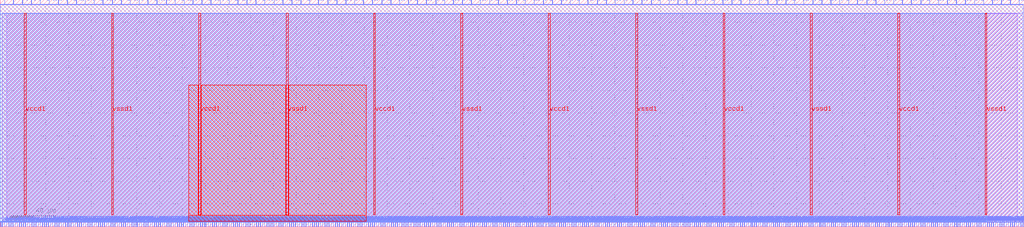
<source format=lef>
VERSION 5.7 ;
  NOWIREEXTENSIONATPIN ON ;
  DIVIDERCHAR "/" ;
  BUSBITCHARS "[]" ;
MACRO user_proj_example
  CLASS BLOCK ;
  FOREIGN user_proj_example ;
  ORIGIN 0.000 0.000 ;
  SIZE 900.000 BY 200.000 ;
  PIN io_in[0]
    DIRECTION INPUT ;
    USE SIGNAL ;
    PORT
      LAYER met2 ;
        RECT 3.770 196.000 4.050 200.000 ;
    END
  END io_in[0]
  PIN io_in[10]
    DIRECTION INPUT ;
    USE SIGNAL ;
    PORT
      LAYER met2 ;
        RECT 240.670 196.000 240.950 200.000 ;
    END
  END io_in[10]
  PIN io_in[11]
    DIRECTION INPUT ;
    USE SIGNAL ;
    PORT
      LAYER met2 ;
        RECT 264.130 196.000 264.410 200.000 ;
    END
  END io_in[11]
  PIN io_in[12]
    DIRECTION INPUT ;
    USE SIGNAL ;
    PORT
      LAYER met2 ;
        RECT 288.050 196.000 288.330 200.000 ;
    END
  END io_in[12]
  PIN io_in[13]
    DIRECTION INPUT ;
    USE SIGNAL ;
    PORT
      LAYER met2 ;
        RECT 311.510 196.000 311.790 200.000 ;
    END
  END io_in[13]
  PIN io_in[14]
    DIRECTION INPUT ;
    USE SIGNAL ;
    PORT
      LAYER met2 ;
        RECT 335.430 196.000 335.710 200.000 ;
    END
  END io_in[14]
  PIN io_in[15]
    DIRECTION INPUT ;
    USE SIGNAL ;
    PORT
      LAYER met2 ;
        RECT 358.890 196.000 359.170 200.000 ;
    END
  END io_in[15]
  PIN io_in[16]
    DIRECTION INPUT ;
    USE SIGNAL ;
    PORT
      LAYER met2 ;
        RECT 382.810 196.000 383.090 200.000 ;
    END
  END io_in[16]
  PIN io_in[17]
    DIRECTION INPUT ;
    USE SIGNAL ;
    PORT
      LAYER met2 ;
        RECT 406.270 196.000 406.550 200.000 ;
    END
  END io_in[17]
  PIN io_in[18]
    DIRECTION INPUT ;
    USE SIGNAL ;
    PORT
      LAYER met2 ;
        RECT 430.190 196.000 430.470 200.000 ;
    END
  END io_in[18]
  PIN io_in[19]
    DIRECTION INPUT ;
    USE SIGNAL ;
    PORT
      LAYER met2 ;
        RECT 453.650 196.000 453.930 200.000 ;
    END
  END io_in[19]
  PIN io_in[1]
    DIRECTION INPUT ;
    USE SIGNAL ;
    PORT
      LAYER met2 ;
        RECT 27.230 196.000 27.510 200.000 ;
    END
  END io_in[1]
  PIN io_in[20]
    DIRECTION INPUT ;
    USE SIGNAL ;
    PORT
      LAYER met2 ;
        RECT 477.570 196.000 477.850 200.000 ;
    END
  END io_in[20]
  PIN io_in[21]
    DIRECTION INPUT ;
    USE SIGNAL ;
    PORT
      LAYER met2 ;
        RECT 501.030 196.000 501.310 200.000 ;
    END
  END io_in[21]
  PIN io_in[22]
    DIRECTION INPUT ;
    USE SIGNAL ;
    PORT
      LAYER met2 ;
        RECT 524.950 196.000 525.230 200.000 ;
    END
  END io_in[22]
  PIN io_in[23]
    DIRECTION INPUT ;
    USE SIGNAL ;
    PORT
      LAYER met2 ;
        RECT 548.410 196.000 548.690 200.000 ;
    END
  END io_in[23]
  PIN io_in[24]
    DIRECTION INPUT ;
    USE SIGNAL ;
    PORT
      LAYER met2 ;
        RECT 572.330 196.000 572.610 200.000 ;
    END
  END io_in[24]
  PIN io_in[25]
    DIRECTION INPUT ;
    USE SIGNAL ;
    PORT
      LAYER met2 ;
        RECT 595.790 196.000 596.070 200.000 ;
    END
  END io_in[25]
  PIN io_in[26]
    DIRECTION INPUT ;
    USE SIGNAL ;
    PORT
      LAYER met2 ;
        RECT 619.710 196.000 619.990 200.000 ;
    END
  END io_in[26]
  PIN io_in[27]
    DIRECTION INPUT ;
    USE SIGNAL ;
    PORT
      LAYER met2 ;
        RECT 643.170 196.000 643.450 200.000 ;
    END
  END io_in[27]
  PIN io_in[28]
    DIRECTION INPUT ;
    USE SIGNAL ;
    PORT
      LAYER met2 ;
        RECT 667.090 196.000 667.370 200.000 ;
    END
  END io_in[28]
  PIN io_in[29]
    DIRECTION INPUT ;
    USE SIGNAL ;
    PORT
      LAYER met2 ;
        RECT 690.550 196.000 690.830 200.000 ;
    END
  END io_in[29]
  PIN io_in[2]
    DIRECTION INPUT ;
    USE SIGNAL ;
    PORT
      LAYER met2 ;
        RECT 51.150 196.000 51.430 200.000 ;
    END
  END io_in[2]
  PIN io_in[30]
    DIRECTION INPUT ;
    USE SIGNAL ;
    PORT
      LAYER met2 ;
        RECT 714.470 196.000 714.750 200.000 ;
    END
  END io_in[30]
  PIN io_in[31]
    DIRECTION INPUT ;
    USE SIGNAL ;
    PORT
      LAYER met2 ;
        RECT 737.930 196.000 738.210 200.000 ;
    END
  END io_in[31]
  PIN io_in[32]
    DIRECTION INPUT ;
    USE SIGNAL ;
    PORT
      LAYER met2 ;
        RECT 761.850 196.000 762.130 200.000 ;
    END
  END io_in[32]
  PIN io_in[33]
    DIRECTION INPUT ;
    USE SIGNAL ;
    PORT
      LAYER met2 ;
        RECT 785.310 196.000 785.590 200.000 ;
    END
  END io_in[33]
  PIN io_in[34]
    DIRECTION INPUT ;
    USE SIGNAL ;
    PORT
      LAYER met2 ;
        RECT 809.230 196.000 809.510 200.000 ;
    END
  END io_in[34]
  PIN io_in[35]
    DIRECTION INPUT ;
    USE SIGNAL ;
    PORT
      LAYER met2 ;
        RECT 832.690 196.000 832.970 200.000 ;
    END
  END io_in[35]
  PIN io_in[36]
    DIRECTION INPUT ;
    USE SIGNAL ;
    PORT
      LAYER met2 ;
        RECT 856.610 196.000 856.890 200.000 ;
    END
  END io_in[36]
  PIN io_in[37]
    DIRECTION INPUT ;
    USE SIGNAL ;
    PORT
      LAYER met2 ;
        RECT 880.070 196.000 880.350 200.000 ;
    END
  END io_in[37]
  PIN io_in[3]
    DIRECTION INPUT ;
    USE SIGNAL ;
    PORT
      LAYER met2 ;
        RECT 74.610 196.000 74.890 200.000 ;
    END
  END io_in[3]
  PIN io_in[4]
    DIRECTION INPUT ;
    USE SIGNAL ;
    PORT
      LAYER met2 ;
        RECT 98.530 196.000 98.810 200.000 ;
    END
  END io_in[4]
  PIN io_in[5]
    DIRECTION INPUT ;
    USE SIGNAL ;
    PORT
      LAYER met2 ;
        RECT 121.990 196.000 122.270 200.000 ;
    END
  END io_in[5]
  PIN io_in[6]
    DIRECTION INPUT ;
    USE SIGNAL ;
    PORT
      LAYER met2 ;
        RECT 145.910 196.000 146.190 200.000 ;
    END
  END io_in[6]
  PIN io_in[7]
    DIRECTION INPUT ;
    USE SIGNAL ;
    PORT
      LAYER met2 ;
        RECT 169.370 196.000 169.650 200.000 ;
    END
  END io_in[7]
  PIN io_in[8]
    DIRECTION INPUT ;
    USE SIGNAL ;
    PORT
      LAYER met2 ;
        RECT 193.290 196.000 193.570 200.000 ;
    END
  END io_in[8]
  PIN io_in[9]
    DIRECTION INPUT ;
    USE SIGNAL ;
    PORT
      LAYER met2 ;
        RECT 216.750 196.000 217.030 200.000 ;
    END
  END io_in[9]
  PIN io_oeb[0]
    DIRECTION OUTPUT TRISTATE ;
    USE SIGNAL ;
    PORT
      LAYER met2 ;
        RECT 11.590 196.000 11.870 200.000 ;
    END
  END io_oeb[0]
  PIN io_oeb[10]
    DIRECTION OUTPUT TRISTATE ;
    USE SIGNAL ;
    PORT
      LAYER met2 ;
        RECT 248.490 196.000 248.770 200.000 ;
    END
  END io_oeb[10]
  PIN io_oeb[11]
    DIRECTION OUTPUT TRISTATE ;
    USE SIGNAL ;
    PORT
      LAYER met2 ;
        RECT 271.950 196.000 272.230 200.000 ;
    END
  END io_oeb[11]
  PIN io_oeb[12]
    DIRECTION OUTPUT TRISTATE ;
    USE SIGNAL ;
    PORT
      LAYER met2 ;
        RECT 295.870 196.000 296.150 200.000 ;
    END
  END io_oeb[12]
  PIN io_oeb[13]
    DIRECTION OUTPUT TRISTATE ;
    USE SIGNAL ;
    PORT
      LAYER met2 ;
        RECT 319.330 196.000 319.610 200.000 ;
    END
  END io_oeb[13]
  PIN io_oeb[14]
    DIRECTION OUTPUT TRISTATE ;
    USE SIGNAL ;
    PORT
      LAYER met2 ;
        RECT 343.250 196.000 343.530 200.000 ;
    END
  END io_oeb[14]
  PIN io_oeb[15]
    DIRECTION OUTPUT TRISTATE ;
    USE SIGNAL ;
    PORT
      LAYER met2 ;
        RECT 366.710 196.000 366.990 200.000 ;
    END
  END io_oeb[15]
  PIN io_oeb[16]
    DIRECTION OUTPUT TRISTATE ;
    USE SIGNAL ;
    PORT
      LAYER met2 ;
        RECT 390.630 196.000 390.910 200.000 ;
    END
  END io_oeb[16]
  PIN io_oeb[17]
    DIRECTION OUTPUT TRISTATE ;
    USE SIGNAL ;
    PORT
      LAYER met2 ;
        RECT 414.090 196.000 414.370 200.000 ;
    END
  END io_oeb[17]
  PIN io_oeb[18]
    DIRECTION OUTPUT TRISTATE ;
    USE SIGNAL ;
    PORT
      LAYER met2 ;
        RECT 438.010 196.000 438.290 200.000 ;
    END
  END io_oeb[18]
  PIN io_oeb[19]
    DIRECTION OUTPUT TRISTATE ;
    USE SIGNAL ;
    PORT
      LAYER met2 ;
        RECT 461.470 196.000 461.750 200.000 ;
    END
  END io_oeb[19]
  PIN io_oeb[1]
    DIRECTION OUTPUT TRISTATE ;
    USE SIGNAL ;
    PORT
      LAYER met2 ;
        RECT 35.050 196.000 35.330 200.000 ;
    END
  END io_oeb[1]
  PIN io_oeb[20]
    DIRECTION OUTPUT TRISTATE ;
    USE SIGNAL ;
    PORT
      LAYER met2 ;
        RECT 485.390 196.000 485.670 200.000 ;
    END
  END io_oeb[20]
  PIN io_oeb[21]
    DIRECTION OUTPUT TRISTATE ;
    USE SIGNAL ;
    PORT
      LAYER met2 ;
        RECT 508.850 196.000 509.130 200.000 ;
    END
  END io_oeb[21]
  PIN io_oeb[22]
    DIRECTION OUTPUT TRISTATE ;
    USE SIGNAL ;
    PORT
      LAYER met2 ;
        RECT 532.770 196.000 533.050 200.000 ;
    END
  END io_oeb[22]
  PIN io_oeb[23]
    DIRECTION OUTPUT TRISTATE ;
    USE SIGNAL ;
    PORT
      LAYER met2 ;
        RECT 556.230 196.000 556.510 200.000 ;
    END
  END io_oeb[23]
  PIN io_oeb[24]
    DIRECTION OUTPUT TRISTATE ;
    USE SIGNAL ;
    PORT
      LAYER met2 ;
        RECT 580.150 196.000 580.430 200.000 ;
    END
  END io_oeb[24]
  PIN io_oeb[25]
    DIRECTION OUTPUT TRISTATE ;
    USE SIGNAL ;
    PORT
      LAYER met2 ;
        RECT 603.610 196.000 603.890 200.000 ;
    END
  END io_oeb[25]
  PIN io_oeb[26]
    DIRECTION OUTPUT TRISTATE ;
    USE SIGNAL ;
    PORT
      LAYER met2 ;
        RECT 627.530 196.000 627.810 200.000 ;
    END
  END io_oeb[26]
  PIN io_oeb[27]
    DIRECTION OUTPUT TRISTATE ;
    USE SIGNAL ;
    PORT
      LAYER met2 ;
        RECT 650.990 196.000 651.270 200.000 ;
    END
  END io_oeb[27]
  PIN io_oeb[28]
    DIRECTION OUTPUT TRISTATE ;
    USE SIGNAL ;
    PORT
      LAYER met2 ;
        RECT 674.910 196.000 675.190 200.000 ;
    END
  END io_oeb[28]
  PIN io_oeb[29]
    DIRECTION OUTPUT TRISTATE ;
    USE SIGNAL ;
    PORT
      LAYER met2 ;
        RECT 698.370 196.000 698.650 200.000 ;
    END
  END io_oeb[29]
  PIN io_oeb[2]
    DIRECTION OUTPUT TRISTATE ;
    USE SIGNAL ;
    PORT
      LAYER met2 ;
        RECT 58.970 196.000 59.250 200.000 ;
    END
  END io_oeb[2]
  PIN io_oeb[30]
    DIRECTION OUTPUT TRISTATE ;
    USE SIGNAL ;
    PORT
      LAYER met2 ;
        RECT 722.290 196.000 722.570 200.000 ;
    END
  END io_oeb[30]
  PIN io_oeb[31]
    DIRECTION OUTPUT TRISTATE ;
    USE SIGNAL ;
    PORT
      LAYER met2 ;
        RECT 745.750 196.000 746.030 200.000 ;
    END
  END io_oeb[31]
  PIN io_oeb[32]
    DIRECTION OUTPUT TRISTATE ;
    USE SIGNAL ;
    PORT
      LAYER met2 ;
        RECT 769.670 196.000 769.950 200.000 ;
    END
  END io_oeb[32]
  PIN io_oeb[33]
    DIRECTION OUTPUT TRISTATE ;
    USE SIGNAL ;
    PORT
      LAYER met2 ;
        RECT 793.130 196.000 793.410 200.000 ;
    END
  END io_oeb[33]
  PIN io_oeb[34]
    DIRECTION OUTPUT TRISTATE ;
    USE SIGNAL ;
    PORT
      LAYER met2 ;
        RECT 817.050 196.000 817.330 200.000 ;
    END
  END io_oeb[34]
  PIN io_oeb[35]
    DIRECTION OUTPUT TRISTATE ;
    USE SIGNAL ;
    PORT
      LAYER met2 ;
        RECT 840.510 196.000 840.790 200.000 ;
    END
  END io_oeb[35]
  PIN io_oeb[36]
    DIRECTION OUTPUT TRISTATE ;
    USE SIGNAL ;
    PORT
      LAYER met2 ;
        RECT 864.430 196.000 864.710 200.000 ;
    END
  END io_oeb[36]
  PIN io_oeb[37]
    DIRECTION OUTPUT TRISTATE ;
    USE SIGNAL ;
    PORT
      LAYER met2 ;
        RECT 887.890 196.000 888.170 200.000 ;
    END
  END io_oeb[37]
  PIN io_oeb[3]
    DIRECTION OUTPUT TRISTATE ;
    USE SIGNAL ;
    PORT
      LAYER met2 ;
        RECT 82.430 196.000 82.710 200.000 ;
    END
  END io_oeb[3]
  PIN io_oeb[4]
    DIRECTION OUTPUT TRISTATE ;
    USE SIGNAL ;
    PORT
      LAYER met2 ;
        RECT 106.350 196.000 106.630 200.000 ;
    END
  END io_oeb[4]
  PIN io_oeb[5]
    DIRECTION OUTPUT TRISTATE ;
    USE SIGNAL ;
    PORT
      LAYER met2 ;
        RECT 129.810 196.000 130.090 200.000 ;
    END
  END io_oeb[5]
  PIN io_oeb[6]
    DIRECTION OUTPUT TRISTATE ;
    USE SIGNAL ;
    PORT
      LAYER met2 ;
        RECT 153.730 196.000 154.010 200.000 ;
    END
  END io_oeb[6]
  PIN io_oeb[7]
    DIRECTION OUTPUT TRISTATE ;
    USE SIGNAL ;
    PORT
      LAYER met2 ;
        RECT 177.190 196.000 177.470 200.000 ;
    END
  END io_oeb[7]
  PIN io_oeb[8]
    DIRECTION OUTPUT TRISTATE ;
    USE SIGNAL ;
    PORT
      LAYER met2 ;
        RECT 201.110 196.000 201.390 200.000 ;
    END
  END io_oeb[8]
  PIN io_oeb[9]
    DIRECTION OUTPUT TRISTATE ;
    USE SIGNAL ;
    PORT
      LAYER met2 ;
        RECT 224.570 196.000 224.850 200.000 ;
    END
  END io_oeb[9]
  PIN io_out[0]
    DIRECTION OUTPUT TRISTATE ;
    USE SIGNAL ;
    PORT
      LAYER met2 ;
        RECT 19.410 196.000 19.690 200.000 ;
    END
  END io_out[0]
  PIN io_out[10]
    DIRECTION OUTPUT TRISTATE ;
    USE SIGNAL ;
    PORT
      LAYER met2 ;
        RECT 256.310 196.000 256.590 200.000 ;
    END
  END io_out[10]
  PIN io_out[11]
    DIRECTION OUTPUT TRISTATE ;
    USE SIGNAL ;
    PORT
      LAYER met2 ;
        RECT 279.770 196.000 280.050 200.000 ;
    END
  END io_out[11]
  PIN io_out[12]
    DIRECTION OUTPUT TRISTATE ;
    USE SIGNAL ;
    PORT
      LAYER met2 ;
        RECT 303.690 196.000 303.970 200.000 ;
    END
  END io_out[12]
  PIN io_out[13]
    DIRECTION OUTPUT TRISTATE ;
    USE SIGNAL ;
    PORT
      LAYER met2 ;
        RECT 327.150 196.000 327.430 200.000 ;
    END
  END io_out[13]
  PIN io_out[14]
    DIRECTION OUTPUT TRISTATE ;
    USE SIGNAL ;
    PORT
      LAYER met2 ;
        RECT 351.070 196.000 351.350 200.000 ;
    END
  END io_out[14]
  PIN io_out[15]
    DIRECTION OUTPUT TRISTATE ;
    USE SIGNAL ;
    PORT
      LAYER met2 ;
        RECT 374.530 196.000 374.810 200.000 ;
    END
  END io_out[15]
  PIN io_out[16]
    DIRECTION OUTPUT TRISTATE ;
    USE SIGNAL ;
    PORT
      LAYER met2 ;
        RECT 398.450 196.000 398.730 200.000 ;
    END
  END io_out[16]
  PIN io_out[17]
    DIRECTION OUTPUT TRISTATE ;
    USE SIGNAL ;
    PORT
      LAYER met2 ;
        RECT 421.910 196.000 422.190 200.000 ;
    END
  END io_out[17]
  PIN io_out[18]
    DIRECTION OUTPUT TRISTATE ;
    USE SIGNAL ;
    PORT
      LAYER met2 ;
        RECT 445.830 196.000 446.110 200.000 ;
    END
  END io_out[18]
  PIN io_out[19]
    DIRECTION OUTPUT TRISTATE ;
    USE SIGNAL ;
    PORT
      LAYER met2 ;
        RECT 469.290 196.000 469.570 200.000 ;
    END
  END io_out[19]
  PIN io_out[1]
    DIRECTION OUTPUT TRISTATE ;
    USE SIGNAL ;
    PORT
      LAYER met2 ;
        RECT 42.870 196.000 43.150 200.000 ;
    END
  END io_out[1]
  PIN io_out[20]
    DIRECTION OUTPUT TRISTATE ;
    USE SIGNAL ;
    PORT
      LAYER met2 ;
        RECT 493.210 196.000 493.490 200.000 ;
    END
  END io_out[20]
  PIN io_out[21]
    DIRECTION OUTPUT TRISTATE ;
    USE SIGNAL ;
    PORT
      LAYER met2 ;
        RECT 516.670 196.000 516.950 200.000 ;
    END
  END io_out[21]
  PIN io_out[22]
    DIRECTION OUTPUT TRISTATE ;
    USE SIGNAL ;
    PORT
      LAYER met2 ;
        RECT 540.590 196.000 540.870 200.000 ;
    END
  END io_out[22]
  PIN io_out[23]
    DIRECTION OUTPUT TRISTATE ;
    USE SIGNAL ;
    PORT
      LAYER met2 ;
        RECT 564.050 196.000 564.330 200.000 ;
    END
  END io_out[23]
  PIN io_out[24]
    DIRECTION OUTPUT TRISTATE ;
    USE SIGNAL ;
    PORT
      LAYER met2 ;
        RECT 587.970 196.000 588.250 200.000 ;
    END
  END io_out[24]
  PIN io_out[25]
    DIRECTION OUTPUT TRISTATE ;
    USE SIGNAL ;
    PORT
      LAYER met2 ;
        RECT 611.430 196.000 611.710 200.000 ;
    END
  END io_out[25]
  PIN io_out[26]
    DIRECTION OUTPUT TRISTATE ;
    USE SIGNAL ;
    PORT
      LAYER met2 ;
        RECT 635.350 196.000 635.630 200.000 ;
    END
  END io_out[26]
  PIN io_out[27]
    DIRECTION OUTPUT TRISTATE ;
    USE SIGNAL ;
    PORT
      LAYER met2 ;
        RECT 658.810 196.000 659.090 200.000 ;
    END
  END io_out[27]
  PIN io_out[28]
    DIRECTION OUTPUT TRISTATE ;
    USE SIGNAL ;
    PORT
      LAYER met2 ;
        RECT 682.730 196.000 683.010 200.000 ;
    END
  END io_out[28]
  PIN io_out[29]
    DIRECTION OUTPUT TRISTATE ;
    USE SIGNAL ;
    PORT
      LAYER met2 ;
        RECT 706.190 196.000 706.470 200.000 ;
    END
  END io_out[29]
  PIN io_out[2]
    DIRECTION OUTPUT TRISTATE ;
    USE SIGNAL ;
    PORT
      LAYER met2 ;
        RECT 66.790 196.000 67.070 200.000 ;
    END
  END io_out[2]
  PIN io_out[30]
    DIRECTION OUTPUT TRISTATE ;
    USE SIGNAL ;
    PORT
      LAYER met2 ;
        RECT 730.110 196.000 730.390 200.000 ;
    END
  END io_out[30]
  PIN io_out[31]
    DIRECTION OUTPUT TRISTATE ;
    USE SIGNAL ;
    PORT
      LAYER met2 ;
        RECT 753.570 196.000 753.850 200.000 ;
    END
  END io_out[31]
  PIN io_out[32]
    DIRECTION OUTPUT TRISTATE ;
    USE SIGNAL ;
    PORT
      LAYER met2 ;
        RECT 777.490 196.000 777.770 200.000 ;
    END
  END io_out[32]
  PIN io_out[33]
    DIRECTION OUTPUT TRISTATE ;
    USE SIGNAL ;
    PORT
      LAYER met2 ;
        RECT 800.950 196.000 801.230 200.000 ;
    END
  END io_out[33]
  PIN io_out[34]
    DIRECTION OUTPUT TRISTATE ;
    USE SIGNAL ;
    PORT
      LAYER met2 ;
        RECT 824.870 196.000 825.150 200.000 ;
    END
  END io_out[34]
  PIN io_out[35]
    DIRECTION OUTPUT TRISTATE ;
    USE SIGNAL ;
    PORT
      LAYER met2 ;
        RECT 848.330 196.000 848.610 200.000 ;
    END
  END io_out[35]
  PIN io_out[36]
    DIRECTION OUTPUT TRISTATE ;
    USE SIGNAL ;
    PORT
      LAYER met2 ;
        RECT 872.250 196.000 872.530 200.000 ;
    END
  END io_out[36]
  PIN io_out[37]
    DIRECTION OUTPUT TRISTATE ;
    USE SIGNAL ;
    PORT
      LAYER met2 ;
        RECT 895.710 196.000 895.990 200.000 ;
    END
  END io_out[37]
  PIN io_out[3]
    DIRECTION OUTPUT TRISTATE ;
    USE SIGNAL ;
    PORT
      LAYER met2 ;
        RECT 90.250 196.000 90.530 200.000 ;
    END
  END io_out[3]
  PIN io_out[4]
    DIRECTION OUTPUT TRISTATE ;
    USE SIGNAL ;
    PORT
      LAYER met2 ;
        RECT 114.170 196.000 114.450 200.000 ;
    END
  END io_out[4]
  PIN io_out[5]
    DIRECTION OUTPUT TRISTATE ;
    USE SIGNAL ;
    PORT
      LAYER met2 ;
        RECT 137.630 196.000 137.910 200.000 ;
    END
  END io_out[5]
  PIN io_out[6]
    DIRECTION OUTPUT TRISTATE ;
    USE SIGNAL ;
    PORT
      LAYER met2 ;
        RECT 161.550 196.000 161.830 200.000 ;
    END
  END io_out[6]
  PIN io_out[7]
    DIRECTION OUTPUT TRISTATE ;
    USE SIGNAL ;
    PORT
      LAYER met2 ;
        RECT 185.010 196.000 185.290 200.000 ;
    END
  END io_out[7]
  PIN io_out[8]
    DIRECTION OUTPUT TRISTATE ;
    USE SIGNAL ;
    PORT
      LAYER met2 ;
        RECT 208.930 196.000 209.210 200.000 ;
    END
  END io_out[8]
  PIN io_out[9]
    DIRECTION OUTPUT TRISTATE ;
    USE SIGNAL ;
    PORT
      LAYER met2 ;
        RECT 232.390 196.000 232.670 200.000 ;
    END
  END io_out[9]
  PIN irq[0]
    DIRECTION OUTPUT TRISTATE ;
    USE SIGNAL ;
    PORT
      LAYER met2 ;
        RECT 895.250 0.000 895.530 4.000 ;
    END
  END irq[0]
  PIN irq[1]
    DIRECTION OUTPUT TRISTATE ;
    USE SIGNAL ;
    PORT
      LAYER met2 ;
        RECT 897.090 0.000 897.370 4.000 ;
    END
  END irq[1]
  PIN irq[2]
    DIRECTION OUTPUT TRISTATE ;
    USE SIGNAL ;
    PORT
      LAYER met2 ;
        RECT 898.930 0.000 899.210 4.000 ;
    END
  END irq[2]
  PIN la_data_in[0]
    DIRECTION INPUT ;
    USE SIGNAL ;
    PORT
      LAYER met2 ;
        RECT 193.750 0.000 194.030 4.000 ;
    END
  END la_data_in[0]
  PIN la_data_in[100]
    DIRECTION INPUT ;
    USE SIGNAL ;
    PORT
      LAYER met2 ;
        RECT 741.610 0.000 741.890 4.000 ;
    END
  END la_data_in[100]
  PIN la_data_in[101]
    DIRECTION INPUT ;
    USE SIGNAL ;
    PORT
      LAYER met2 ;
        RECT 747.130 0.000 747.410 4.000 ;
    END
  END la_data_in[101]
  PIN la_data_in[102]
    DIRECTION INPUT ;
    USE SIGNAL ;
    PORT
      LAYER met2 ;
        RECT 752.650 0.000 752.930 4.000 ;
    END
  END la_data_in[102]
  PIN la_data_in[103]
    DIRECTION INPUT ;
    USE SIGNAL ;
    PORT
      LAYER met2 ;
        RECT 758.170 0.000 758.450 4.000 ;
    END
  END la_data_in[103]
  PIN la_data_in[104]
    DIRECTION INPUT ;
    USE SIGNAL ;
    PORT
      LAYER met2 ;
        RECT 763.690 0.000 763.970 4.000 ;
    END
  END la_data_in[104]
  PIN la_data_in[105]
    DIRECTION INPUT ;
    USE SIGNAL ;
    PORT
      LAYER met2 ;
        RECT 769.210 0.000 769.490 4.000 ;
    END
  END la_data_in[105]
  PIN la_data_in[106]
    DIRECTION INPUT ;
    USE SIGNAL ;
    PORT
      LAYER met2 ;
        RECT 774.730 0.000 775.010 4.000 ;
    END
  END la_data_in[106]
  PIN la_data_in[107]
    DIRECTION INPUT ;
    USE SIGNAL ;
    PORT
      LAYER met2 ;
        RECT 780.250 0.000 780.530 4.000 ;
    END
  END la_data_in[107]
  PIN la_data_in[108]
    DIRECTION INPUT ;
    USE SIGNAL ;
    PORT
      LAYER met2 ;
        RECT 785.310 0.000 785.590 4.000 ;
    END
  END la_data_in[108]
  PIN la_data_in[109]
    DIRECTION INPUT ;
    USE SIGNAL ;
    PORT
      LAYER met2 ;
        RECT 790.830 0.000 791.110 4.000 ;
    END
  END la_data_in[109]
  PIN la_data_in[10]
    DIRECTION INPUT ;
    USE SIGNAL ;
    PORT
      LAYER met2 ;
        RECT 248.490 0.000 248.770 4.000 ;
    END
  END la_data_in[10]
  PIN la_data_in[110]
    DIRECTION INPUT ;
    USE SIGNAL ;
    PORT
      LAYER met2 ;
        RECT 796.350 0.000 796.630 4.000 ;
    END
  END la_data_in[110]
  PIN la_data_in[111]
    DIRECTION INPUT ;
    USE SIGNAL ;
    PORT
      LAYER met2 ;
        RECT 801.870 0.000 802.150 4.000 ;
    END
  END la_data_in[111]
  PIN la_data_in[112]
    DIRECTION INPUT ;
    USE SIGNAL ;
    PORT
      LAYER met2 ;
        RECT 807.390 0.000 807.670 4.000 ;
    END
  END la_data_in[112]
  PIN la_data_in[113]
    DIRECTION INPUT ;
    USE SIGNAL ;
    PORT
      LAYER met2 ;
        RECT 812.910 0.000 813.190 4.000 ;
    END
  END la_data_in[113]
  PIN la_data_in[114]
    DIRECTION INPUT ;
    USE SIGNAL ;
    PORT
      LAYER met2 ;
        RECT 818.430 0.000 818.710 4.000 ;
    END
  END la_data_in[114]
  PIN la_data_in[115]
    DIRECTION INPUT ;
    USE SIGNAL ;
    PORT
      LAYER met2 ;
        RECT 823.950 0.000 824.230 4.000 ;
    END
  END la_data_in[115]
  PIN la_data_in[116]
    DIRECTION INPUT ;
    USE SIGNAL ;
    PORT
      LAYER met2 ;
        RECT 829.470 0.000 829.750 4.000 ;
    END
  END la_data_in[116]
  PIN la_data_in[117]
    DIRECTION INPUT ;
    USE SIGNAL ;
    PORT
      LAYER met2 ;
        RECT 834.990 0.000 835.270 4.000 ;
    END
  END la_data_in[117]
  PIN la_data_in[118]
    DIRECTION INPUT ;
    USE SIGNAL ;
    PORT
      LAYER met2 ;
        RECT 840.510 0.000 840.790 4.000 ;
    END
  END la_data_in[118]
  PIN la_data_in[119]
    DIRECTION INPUT ;
    USE SIGNAL ;
    PORT
      LAYER met2 ;
        RECT 845.570 0.000 845.850 4.000 ;
    END
  END la_data_in[119]
  PIN la_data_in[11]
    DIRECTION INPUT ;
    USE SIGNAL ;
    PORT
      LAYER met2 ;
        RECT 254.010 0.000 254.290 4.000 ;
    END
  END la_data_in[11]
  PIN la_data_in[120]
    DIRECTION INPUT ;
    USE SIGNAL ;
    PORT
      LAYER met2 ;
        RECT 851.090 0.000 851.370 4.000 ;
    END
  END la_data_in[120]
  PIN la_data_in[121]
    DIRECTION INPUT ;
    USE SIGNAL ;
    PORT
      LAYER met2 ;
        RECT 856.610 0.000 856.890 4.000 ;
    END
  END la_data_in[121]
  PIN la_data_in[122]
    DIRECTION INPUT ;
    USE SIGNAL ;
    PORT
      LAYER met2 ;
        RECT 862.130 0.000 862.410 4.000 ;
    END
  END la_data_in[122]
  PIN la_data_in[123]
    DIRECTION INPUT ;
    USE SIGNAL ;
    PORT
      LAYER met2 ;
        RECT 867.650 0.000 867.930 4.000 ;
    END
  END la_data_in[123]
  PIN la_data_in[124]
    DIRECTION INPUT ;
    USE SIGNAL ;
    PORT
      LAYER met2 ;
        RECT 873.170 0.000 873.450 4.000 ;
    END
  END la_data_in[124]
  PIN la_data_in[125]
    DIRECTION INPUT ;
    USE SIGNAL ;
    PORT
      LAYER met2 ;
        RECT 878.690 0.000 878.970 4.000 ;
    END
  END la_data_in[125]
  PIN la_data_in[126]
    DIRECTION INPUT ;
    USE SIGNAL ;
    PORT
      LAYER met2 ;
        RECT 884.210 0.000 884.490 4.000 ;
    END
  END la_data_in[126]
  PIN la_data_in[127]
    DIRECTION INPUT ;
    USE SIGNAL ;
    PORT
      LAYER met2 ;
        RECT 889.730 0.000 890.010 4.000 ;
    END
  END la_data_in[127]
  PIN la_data_in[12]
    DIRECTION INPUT ;
    USE SIGNAL ;
    PORT
      LAYER met2 ;
        RECT 259.530 0.000 259.810 4.000 ;
    END
  END la_data_in[12]
  PIN la_data_in[13]
    DIRECTION INPUT ;
    USE SIGNAL ;
    PORT
      LAYER met2 ;
        RECT 265.050 0.000 265.330 4.000 ;
    END
  END la_data_in[13]
  PIN la_data_in[14]
    DIRECTION INPUT ;
    USE SIGNAL ;
    PORT
      LAYER met2 ;
        RECT 270.570 0.000 270.850 4.000 ;
    END
  END la_data_in[14]
  PIN la_data_in[15]
    DIRECTION INPUT ;
    USE SIGNAL ;
    PORT
      LAYER met2 ;
        RECT 276.090 0.000 276.370 4.000 ;
    END
  END la_data_in[15]
  PIN la_data_in[16]
    DIRECTION INPUT ;
    USE SIGNAL ;
    PORT
      LAYER met2 ;
        RECT 281.610 0.000 281.890 4.000 ;
    END
  END la_data_in[16]
  PIN la_data_in[17]
    DIRECTION INPUT ;
    USE SIGNAL ;
    PORT
      LAYER met2 ;
        RECT 287.130 0.000 287.410 4.000 ;
    END
  END la_data_in[17]
  PIN la_data_in[18]
    DIRECTION INPUT ;
    USE SIGNAL ;
    PORT
      LAYER met2 ;
        RECT 292.650 0.000 292.930 4.000 ;
    END
  END la_data_in[18]
  PIN la_data_in[19]
    DIRECTION INPUT ;
    USE SIGNAL ;
    PORT
      LAYER met2 ;
        RECT 298.170 0.000 298.450 4.000 ;
    END
  END la_data_in[19]
  PIN la_data_in[1]
    DIRECTION INPUT ;
    USE SIGNAL ;
    PORT
      LAYER met2 ;
        RECT 199.270 0.000 199.550 4.000 ;
    END
  END la_data_in[1]
  PIN la_data_in[20]
    DIRECTION INPUT ;
    USE SIGNAL ;
    PORT
      LAYER met2 ;
        RECT 303.230 0.000 303.510 4.000 ;
    END
  END la_data_in[20]
  PIN la_data_in[21]
    DIRECTION INPUT ;
    USE SIGNAL ;
    PORT
      LAYER met2 ;
        RECT 308.750 0.000 309.030 4.000 ;
    END
  END la_data_in[21]
  PIN la_data_in[22]
    DIRECTION INPUT ;
    USE SIGNAL ;
    PORT
      LAYER met2 ;
        RECT 314.270 0.000 314.550 4.000 ;
    END
  END la_data_in[22]
  PIN la_data_in[23]
    DIRECTION INPUT ;
    USE SIGNAL ;
    PORT
      LAYER met2 ;
        RECT 319.790 0.000 320.070 4.000 ;
    END
  END la_data_in[23]
  PIN la_data_in[24]
    DIRECTION INPUT ;
    USE SIGNAL ;
    PORT
      LAYER met2 ;
        RECT 325.310 0.000 325.590 4.000 ;
    END
  END la_data_in[24]
  PIN la_data_in[25]
    DIRECTION INPUT ;
    USE SIGNAL ;
    PORT
      LAYER met2 ;
        RECT 330.830 0.000 331.110 4.000 ;
    END
  END la_data_in[25]
  PIN la_data_in[26]
    DIRECTION INPUT ;
    USE SIGNAL ;
    PORT
      LAYER met2 ;
        RECT 336.350 0.000 336.630 4.000 ;
    END
  END la_data_in[26]
  PIN la_data_in[27]
    DIRECTION INPUT ;
    USE SIGNAL ;
    PORT
      LAYER met2 ;
        RECT 341.870 0.000 342.150 4.000 ;
    END
  END la_data_in[27]
  PIN la_data_in[28]
    DIRECTION INPUT ;
    USE SIGNAL ;
    PORT
      LAYER met2 ;
        RECT 347.390 0.000 347.670 4.000 ;
    END
  END la_data_in[28]
  PIN la_data_in[29]
    DIRECTION INPUT ;
    USE SIGNAL ;
    PORT
      LAYER met2 ;
        RECT 352.910 0.000 353.190 4.000 ;
    END
  END la_data_in[29]
  PIN la_data_in[2]
    DIRECTION INPUT ;
    USE SIGNAL ;
    PORT
      LAYER met2 ;
        RECT 204.790 0.000 205.070 4.000 ;
    END
  END la_data_in[2]
  PIN la_data_in[30]
    DIRECTION INPUT ;
    USE SIGNAL ;
    PORT
      LAYER met2 ;
        RECT 358.430 0.000 358.710 4.000 ;
    END
  END la_data_in[30]
  PIN la_data_in[31]
    DIRECTION INPUT ;
    USE SIGNAL ;
    PORT
      LAYER met2 ;
        RECT 363.490 0.000 363.770 4.000 ;
    END
  END la_data_in[31]
  PIN la_data_in[32]
    DIRECTION INPUT ;
    USE SIGNAL ;
    PORT
      LAYER met2 ;
        RECT 369.010 0.000 369.290 4.000 ;
    END
  END la_data_in[32]
  PIN la_data_in[33]
    DIRECTION INPUT ;
    USE SIGNAL ;
    PORT
      LAYER met2 ;
        RECT 374.530 0.000 374.810 4.000 ;
    END
  END la_data_in[33]
  PIN la_data_in[34]
    DIRECTION INPUT ;
    USE SIGNAL ;
    PORT
      LAYER met2 ;
        RECT 380.050 0.000 380.330 4.000 ;
    END
  END la_data_in[34]
  PIN la_data_in[35]
    DIRECTION INPUT ;
    USE SIGNAL ;
    PORT
      LAYER met2 ;
        RECT 385.570 0.000 385.850 4.000 ;
    END
  END la_data_in[35]
  PIN la_data_in[36]
    DIRECTION INPUT ;
    USE SIGNAL ;
    PORT
      LAYER met2 ;
        RECT 391.090 0.000 391.370 4.000 ;
    END
  END la_data_in[36]
  PIN la_data_in[37]
    DIRECTION INPUT ;
    USE SIGNAL ;
    PORT
      LAYER met2 ;
        RECT 396.610 0.000 396.890 4.000 ;
    END
  END la_data_in[37]
  PIN la_data_in[38]
    DIRECTION INPUT ;
    USE SIGNAL ;
    PORT
      LAYER met2 ;
        RECT 402.130 0.000 402.410 4.000 ;
    END
  END la_data_in[38]
  PIN la_data_in[39]
    DIRECTION INPUT ;
    USE SIGNAL ;
    PORT
      LAYER met2 ;
        RECT 407.650 0.000 407.930 4.000 ;
    END
  END la_data_in[39]
  PIN la_data_in[3]
    DIRECTION INPUT ;
    USE SIGNAL ;
    PORT
      LAYER met2 ;
        RECT 210.310 0.000 210.590 4.000 ;
    END
  END la_data_in[3]
  PIN la_data_in[40]
    DIRECTION INPUT ;
    USE SIGNAL ;
    PORT
      LAYER met2 ;
        RECT 413.170 0.000 413.450 4.000 ;
    END
  END la_data_in[40]
  PIN la_data_in[41]
    DIRECTION INPUT ;
    USE SIGNAL ;
    PORT
      LAYER met2 ;
        RECT 418.690 0.000 418.970 4.000 ;
    END
  END la_data_in[41]
  PIN la_data_in[42]
    DIRECTION INPUT ;
    USE SIGNAL ;
    PORT
      LAYER met2 ;
        RECT 423.750 0.000 424.030 4.000 ;
    END
  END la_data_in[42]
  PIN la_data_in[43]
    DIRECTION INPUT ;
    USE SIGNAL ;
    PORT
      LAYER met2 ;
        RECT 429.270 0.000 429.550 4.000 ;
    END
  END la_data_in[43]
  PIN la_data_in[44]
    DIRECTION INPUT ;
    USE SIGNAL ;
    PORT
      LAYER met2 ;
        RECT 434.790 0.000 435.070 4.000 ;
    END
  END la_data_in[44]
  PIN la_data_in[45]
    DIRECTION INPUT ;
    USE SIGNAL ;
    PORT
      LAYER met2 ;
        RECT 440.310 0.000 440.590 4.000 ;
    END
  END la_data_in[45]
  PIN la_data_in[46]
    DIRECTION INPUT ;
    USE SIGNAL ;
    PORT
      LAYER met2 ;
        RECT 445.830 0.000 446.110 4.000 ;
    END
  END la_data_in[46]
  PIN la_data_in[47]
    DIRECTION INPUT ;
    USE SIGNAL ;
    PORT
      LAYER met2 ;
        RECT 451.350 0.000 451.630 4.000 ;
    END
  END la_data_in[47]
  PIN la_data_in[48]
    DIRECTION INPUT ;
    USE SIGNAL ;
    PORT
      LAYER met2 ;
        RECT 456.870 0.000 457.150 4.000 ;
    END
  END la_data_in[48]
  PIN la_data_in[49]
    DIRECTION INPUT ;
    USE SIGNAL ;
    PORT
      LAYER met2 ;
        RECT 462.390 0.000 462.670 4.000 ;
    END
  END la_data_in[49]
  PIN la_data_in[4]
    DIRECTION INPUT ;
    USE SIGNAL ;
    PORT
      LAYER met2 ;
        RECT 215.830 0.000 216.110 4.000 ;
    END
  END la_data_in[4]
  PIN la_data_in[50]
    DIRECTION INPUT ;
    USE SIGNAL ;
    PORT
      LAYER met2 ;
        RECT 467.910 0.000 468.190 4.000 ;
    END
  END la_data_in[50]
  PIN la_data_in[51]
    DIRECTION INPUT ;
    USE SIGNAL ;
    PORT
      LAYER met2 ;
        RECT 473.430 0.000 473.710 4.000 ;
    END
  END la_data_in[51]
  PIN la_data_in[52]
    DIRECTION INPUT ;
    USE SIGNAL ;
    PORT
      LAYER met2 ;
        RECT 478.950 0.000 479.230 4.000 ;
    END
  END la_data_in[52]
  PIN la_data_in[53]
    DIRECTION INPUT ;
    USE SIGNAL ;
    PORT
      LAYER met2 ;
        RECT 484.010 0.000 484.290 4.000 ;
    END
  END la_data_in[53]
  PIN la_data_in[54]
    DIRECTION INPUT ;
    USE SIGNAL ;
    PORT
      LAYER met2 ;
        RECT 489.530 0.000 489.810 4.000 ;
    END
  END la_data_in[54]
  PIN la_data_in[55]
    DIRECTION INPUT ;
    USE SIGNAL ;
    PORT
      LAYER met2 ;
        RECT 495.050 0.000 495.330 4.000 ;
    END
  END la_data_in[55]
  PIN la_data_in[56]
    DIRECTION INPUT ;
    USE SIGNAL ;
    PORT
      LAYER met2 ;
        RECT 500.570 0.000 500.850 4.000 ;
    END
  END la_data_in[56]
  PIN la_data_in[57]
    DIRECTION INPUT ;
    USE SIGNAL ;
    PORT
      LAYER met2 ;
        RECT 506.090 0.000 506.370 4.000 ;
    END
  END la_data_in[57]
  PIN la_data_in[58]
    DIRECTION INPUT ;
    USE SIGNAL ;
    PORT
      LAYER met2 ;
        RECT 511.610 0.000 511.890 4.000 ;
    END
  END la_data_in[58]
  PIN la_data_in[59]
    DIRECTION INPUT ;
    USE SIGNAL ;
    PORT
      LAYER met2 ;
        RECT 517.130 0.000 517.410 4.000 ;
    END
  END la_data_in[59]
  PIN la_data_in[5]
    DIRECTION INPUT ;
    USE SIGNAL ;
    PORT
      LAYER met2 ;
        RECT 221.350 0.000 221.630 4.000 ;
    END
  END la_data_in[5]
  PIN la_data_in[60]
    DIRECTION INPUT ;
    USE SIGNAL ;
    PORT
      LAYER met2 ;
        RECT 522.650 0.000 522.930 4.000 ;
    END
  END la_data_in[60]
  PIN la_data_in[61]
    DIRECTION INPUT ;
    USE SIGNAL ;
    PORT
      LAYER met2 ;
        RECT 528.170 0.000 528.450 4.000 ;
    END
  END la_data_in[61]
  PIN la_data_in[62]
    DIRECTION INPUT ;
    USE SIGNAL ;
    PORT
      LAYER met2 ;
        RECT 533.690 0.000 533.970 4.000 ;
    END
  END la_data_in[62]
  PIN la_data_in[63]
    DIRECTION INPUT ;
    USE SIGNAL ;
    PORT
      LAYER met2 ;
        RECT 539.210 0.000 539.490 4.000 ;
    END
  END la_data_in[63]
  PIN la_data_in[64]
    DIRECTION INPUT ;
    USE SIGNAL ;
    PORT
      LAYER met2 ;
        RECT 544.270 0.000 544.550 4.000 ;
    END
  END la_data_in[64]
  PIN la_data_in[65]
    DIRECTION INPUT ;
    USE SIGNAL ;
    PORT
      LAYER met2 ;
        RECT 549.790 0.000 550.070 4.000 ;
    END
  END la_data_in[65]
  PIN la_data_in[66]
    DIRECTION INPUT ;
    USE SIGNAL ;
    PORT
      LAYER met2 ;
        RECT 555.310 0.000 555.590 4.000 ;
    END
  END la_data_in[66]
  PIN la_data_in[67]
    DIRECTION INPUT ;
    USE SIGNAL ;
    PORT
      LAYER met2 ;
        RECT 560.830 0.000 561.110 4.000 ;
    END
  END la_data_in[67]
  PIN la_data_in[68]
    DIRECTION INPUT ;
    USE SIGNAL ;
    PORT
      LAYER met2 ;
        RECT 566.350 0.000 566.630 4.000 ;
    END
  END la_data_in[68]
  PIN la_data_in[69]
    DIRECTION INPUT ;
    USE SIGNAL ;
    PORT
      LAYER met2 ;
        RECT 571.870 0.000 572.150 4.000 ;
    END
  END la_data_in[69]
  PIN la_data_in[6]
    DIRECTION INPUT ;
    USE SIGNAL ;
    PORT
      LAYER met2 ;
        RECT 226.870 0.000 227.150 4.000 ;
    END
  END la_data_in[6]
  PIN la_data_in[70]
    DIRECTION INPUT ;
    USE SIGNAL ;
    PORT
      LAYER met2 ;
        RECT 577.390 0.000 577.670 4.000 ;
    END
  END la_data_in[70]
  PIN la_data_in[71]
    DIRECTION INPUT ;
    USE SIGNAL ;
    PORT
      LAYER met2 ;
        RECT 582.910 0.000 583.190 4.000 ;
    END
  END la_data_in[71]
  PIN la_data_in[72]
    DIRECTION INPUT ;
    USE SIGNAL ;
    PORT
      LAYER met2 ;
        RECT 588.430 0.000 588.710 4.000 ;
    END
  END la_data_in[72]
  PIN la_data_in[73]
    DIRECTION INPUT ;
    USE SIGNAL ;
    PORT
      LAYER met2 ;
        RECT 593.950 0.000 594.230 4.000 ;
    END
  END la_data_in[73]
  PIN la_data_in[74]
    DIRECTION INPUT ;
    USE SIGNAL ;
    PORT
      LAYER met2 ;
        RECT 599.470 0.000 599.750 4.000 ;
    END
  END la_data_in[74]
  PIN la_data_in[75]
    DIRECTION INPUT ;
    USE SIGNAL ;
    PORT
      LAYER met2 ;
        RECT 604.530 0.000 604.810 4.000 ;
    END
  END la_data_in[75]
  PIN la_data_in[76]
    DIRECTION INPUT ;
    USE SIGNAL ;
    PORT
      LAYER met2 ;
        RECT 610.050 0.000 610.330 4.000 ;
    END
  END la_data_in[76]
  PIN la_data_in[77]
    DIRECTION INPUT ;
    USE SIGNAL ;
    PORT
      LAYER met2 ;
        RECT 615.570 0.000 615.850 4.000 ;
    END
  END la_data_in[77]
  PIN la_data_in[78]
    DIRECTION INPUT ;
    USE SIGNAL ;
    PORT
      LAYER met2 ;
        RECT 621.090 0.000 621.370 4.000 ;
    END
  END la_data_in[78]
  PIN la_data_in[79]
    DIRECTION INPUT ;
    USE SIGNAL ;
    PORT
      LAYER met2 ;
        RECT 626.610 0.000 626.890 4.000 ;
    END
  END la_data_in[79]
  PIN la_data_in[7]
    DIRECTION INPUT ;
    USE SIGNAL ;
    PORT
      LAYER met2 ;
        RECT 232.390 0.000 232.670 4.000 ;
    END
  END la_data_in[7]
  PIN la_data_in[80]
    DIRECTION INPUT ;
    USE SIGNAL ;
    PORT
      LAYER met2 ;
        RECT 632.130 0.000 632.410 4.000 ;
    END
  END la_data_in[80]
  PIN la_data_in[81]
    DIRECTION INPUT ;
    USE SIGNAL ;
    PORT
      LAYER met2 ;
        RECT 637.650 0.000 637.930 4.000 ;
    END
  END la_data_in[81]
  PIN la_data_in[82]
    DIRECTION INPUT ;
    USE SIGNAL ;
    PORT
      LAYER met2 ;
        RECT 643.170 0.000 643.450 4.000 ;
    END
  END la_data_in[82]
  PIN la_data_in[83]
    DIRECTION INPUT ;
    USE SIGNAL ;
    PORT
      LAYER met2 ;
        RECT 648.690 0.000 648.970 4.000 ;
    END
  END la_data_in[83]
  PIN la_data_in[84]
    DIRECTION INPUT ;
    USE SIGNAL ;
    PORT
      LAYER met2 ;
        RECT 654.210 0.000 654.490 4.000 ;
    END
  END la_data_in[84]
  PIN la_data_in[85]
    DIRECTION INPUT ;
    USE SIGNAL ;
    PORT
      LAYER met2 ;
        RECT 659.730 0.000 660.010 4.000 ;
    END
  END la_data_in[85]
  PIN la_data_in[86]
    DIRECTION INPUT ;
    USE SIGNAL ;
    PORT
      LAYER met2 ;
        RECT 664.790 0.000 665.070 4.000 ;
    END
  END la_data_in[86]
  PIN la_data_in[87]
    DIRECTION INPUT ;
    USE SIGNAL ;
    PORT
      LAYER met2 ;
        RECT 670.310 0.000 670.590 4.000 ;
    END
  END la_data_in[87]
  PIN la_data_in[88]
    DIRECTION INPUT ;
    USE SIGNAL ;
    PORT
      LAYER met2 ;
        RECT 675.830 0.000 676.110 4.000 ;
    END
  END la_data_in[88]
  PIN la_data_in[89]
    DIRECTION INPUT ;
    USE SIGNAL ;
    PORT
      LAYER met2 ;
        RECT 681.350 0.000 681.630 4.000 ;
    END
  END la_data_in[89]
  PIN la_data_in[8]
    DIRECTION INPUT ;
    USE SIGNAL ;
    PORT
      LAYER met2 ;
        RECT 237.910 0.000 238.190 4.000 ;
    END
  END la_data_in[8]
  PIN la_data_in[90]
    DIRECTION INPUT ;
    USE SIGNAL ;
    PORT
      LAYER met2 ;
        RECT 686.870 0.000 687.150 4.000 ;
    END
  END la_data_in[90]
  PIN la_data_in[91]
    DIRECTION INPUT ;
    USE SIGNAL ;
    PORT
      LAYER met2 ;
        RECT 692.390 0.000 692.670 4.000 ;
    END
  END la_data_in[91]
  PIN la_data_in[92]
    DIRECTION INPUT ;
    USE SIGNAL ;
    PORT
      LAYER met2 ;
        RECT 697.910 0.000 698.190 4.000 ;
    END
  END la_data_in[92]
  PIN la_data_in[93]
    DIRECTION INPUT ;
    USE SIGNAL ;
    PORT
      LAYER met2 ;
        RECT 703.430 0.000 703.710 4.000 ;
    END
  END la_data_in[93]
  PIN la_data_in[94]
    DIRECTION INPUT ;
    USE SIGNAL ;
    PORT
      LAYER met2 ;
        RECT 708.950 0.000 709.230 4.000 ;
    END
  END la_data_in[94]
  PIN la_data_in[95]
    DIRECTION INPUT ;
    USE SIGNAL ;
    PORT
      LAYER met2 ;
        RECT 714.470 0.000 714.750 4.000 ;
    END
  END la_data_in[95]
  PIN la_data_in[96]
    DIRECTION INPUT ;
    USE SIGNAL ;
    PORT
      LAYER met2 ;
        RECT 719.990 0.000 720.270 4.000 ;
    END
  END la_data_in[96]
  PIN la_data_in[97]
    DIRECTION INPUT ;
    USE SIGNAL ;
    PORT
      LAYER met2 ;
        RECT 725.050 0.000 725.330 4.000 ;
    END
  END la_data_in[97]
  PIN la_data_in[98]
    DIRECTION INPUT ;
    USE SIGNAL ;
    PORT
      LAYER met2 ;
        RECT 730.570 0.000 730.850 4.000 ;
    END
  END la_data_in[98]
  PIN la_data_in[99]
    DIRECTION INPUT ;
    USE SIGNAL ;
    PORT
      LAYER met2 ;
        RECT 736.090 0.000 736.370 4.000 ;
    END
  END la_data_in[99]
  PIN la_data_in[9]
    DIRECTION INPUT ;
    USE SIGNAL ;
    PORT
      LAYER met2 ;
        RECT 242.970 0.000 243.250 4.000 ;
    END
  END la_data_in[9]
  PIN la_data_out[0]
    DIRECTION OUTPUT TRISTATE ;
    USE SIGNAL ;
    PORT
      LAYER met2 ;
        RECT 195.590 0.000 195.870 4.000 ;
    END
  END la_data_out[0]
  PIN la_data_out[100]
    DIRECTION OUTPUT TRISTATE ;
    USE SIGNAL ;
    PORT
      LAYER met2 ;
        RECT 743.450 0.000 743.730 4.000 ;
    END
  END la_data_out[100]
  PIN la_data_out[101]
    DIRECTION OUTPUT TRISTATE ;
    USE SIGNAL ;
    PORT
      LAYER met2 ;
        RECT 748.970 0.000 749.250 4.000 ;
    END
  END la_data_out[101]
  PIN la_data_out[102]
    DIRECTION OUTPUT TRISTATE ;
    USE SIGNAL ;
    PORT
      LAYER met2 ;
        RECT 754.490 0.000 754.770 4.000 ;
    END
  END la_data_out[102]
  PIN la_data_out[103]
    DIRECTION OUTPUT TRISTATE ;
    USE SIGNAL ;
    PORT
      LAYER met2 ;
        RECT 760.010 0.000 760.290 4.000 ;
    END
  END la_data_out[103]
  PIN la_data_out[104]
    DIRECTION OUTPUT TRISTATE ;
    USE SIGNAL ;
    PORT
      LAYER met2 ;
        RECT 765.530 0.000 765.810 4.000 ;
    END
  END la_data_out[104]
  PIN la_data_out[105]
    DIRECTION OUTPUT TRISTATE ;
    USE SIGNAL ;
    PORT
      LAYER met2 ;
        RECT 771.050 0.000 771.330 4.000 ;
    END
  END la_data_out[105]
  PIN la_data_out[106]
    DIRECTION OUTPUT TRISTATE ;
    USE SIGNAL ;
    PORT
      LAYER met2 ;
        RECT 776.570 0.000 776.850 4.000 ;
    END
  END la_data_out[106]
  PIN la_data_out[107]
    DIRECTION OUTPUT TRISTATE ;
    USE SIGNAL ;
    PORT
      LAYER met2 ;
        RECT 781.630 0.000 781.910 4.000 ;
    END
  END la_data_out[107]
  PIN la_data_out[108]
    DIRECTION OUTPUT TRISTATE ;
    USE SIGNAL ;
    PORT
      LAYER met2 ;
        RECT 787.150 0.000 787.430 4.000 ;
    END
  END la_data_out[108]
  PIN la_data_out[109]
    DIRECTION OUTPUT TRISTATE ;
    USE SIGNAL ;
    PORT
      LAYER met2 ;
        RECT 792.670 0.000 792.950 4.000 ;
    END
  END la_data_out[109]
  PIN la_data_out[10]
    DIRECTION OUTPUT TRISTATE ;
    USE SIGNAL ;
    PORT
      LAYER met2 ;
        RECT 250.330 0.000 250.610 4.000 ;
    END
  END la_data_out[10]
  PIN la_data_out[110]
    DIRECTION OUTPUT TRISTATE ;
    USE SIGNAL ;
    PORT
      LAYER met2 ;
        RECT 798.190 0.000 798.470 4.000 ;
    END
  END la_data_out[110]
  PIN la_data_out[111]
    DIRECTION OUTPUT TRISTATE ;
    USE SIGNAL ;
    PORT
      LAYER met2 ;
        RECT 803.710 0.000 803.990 4.000 ;
    END
  END la_data_out[111]
  PIN la_data_out[112]
    DIRECTION OUTPUT TRISTATE ;
    USE SIGNAL ;
    PORT
      LAYER met2 ;
        RECT 809.230 0.000 809.510 4.000 ;
    END
  END la_data_out[112]
  PIN la_data_out[113]
    DIRECTION OUTPUT TRISTATE ;
    USE SIGNAL ;
    PORT
      LAYER met2 ;
        RECT 814.750 0.000 815.030 4.000 ;
    END
  END la_data_out[113]
  PIN la_data_out[114]
    DIRECTION OUTPUT TRISTATE ;
    USE SIGNAL ;
    PORT
      LAYER met2 ;
        RECT 820.270 0.000 820.550 4.000 ;
    END
  END la_data_out[114]
  PIN la_data_out[115]
    DIRECTION OUTPUT TRISTATE ;
    USE SIGNAL ;
    PORT
      LAYER met2 ;
        RECT 825.790 0.000 826.070 4.000 ;
    END
  END la_data_out[115]
  PIN la_data_out[116]
    DIRECTION OUTPUT TRISTATE ;
    USE SIGNAL ;
    PORT
      LAYER met2 ;
        RECT 831.310 0.000 831.590 4.000 ;
    END
  END la_data_out[116]
  PIN la_data_out[117]
    DIRECTION OUTPUT TRISTATE ;
    USE SIGNAL ;
    PORT
      LAYER met2 ;
        RECT 836.830 0.000 837.110 4.000 ;
    END
  END la_data_out[117]
  PIN la_data_out[118]
    DIRECTION OUTPUT TRISTATE ;
    USE SIGNAL ;
    PORT
      LAYER met2 ;
        RECT 841.890 0.000 842.170 4.000 ;
    END
  END la_data_out[118]
  PIN la_data_out[119]
    DIRECTION OUTPUT TRISTATE ;
    USE SIGNAL ;
    PORT
      LAYER met2 ;
        RECT 847.410 0.000 847.690 4.000 ;
    END
  END la_data_out[119]
  PIN la_data_out[11]
    DIRECTION OUTPUT TRISTATE ;
    USE SIGNAL ;
    PORT
      LAYER met2 ;
        RECT 255.850 0.000 256.130 4.000 ;
    END
  END la_data_out[11]
  PIN la_data_out[120]
    DIRECTION OUTPUT TRISTATE ;
    USE SIGNAL ;
    PORT
      LAYER met2 ;
        RECT 852.930 0.000 853.210 4.000 ;
    END
  END la_data_out[120]
  PIN la_data_out[121]
    DIRECTION OUTPUT TRISTATE ;
    USE SIGNAL ;
    PORT
      LAYER met2 ;
        RECT 858.450 0.000 858.730 4.000 ;
    END
  END la_data_out[121]
  PIN la_data_out[122]
    DIRECTION OUTPUT TRISTATE ;
    USE SIGNAL ;
    PORT
      LAYER met2 ;
        RECT 863.970 0.000 864.250 4.000 ;
    END
  END la_data_out[122]
  PIN la_data_out[123]
    DIRECTION OUTPUT TRISTATE ;
    USE SIGNAL ;
    PORT
      LAYER met2 ;
        RECT 869.490 0.000 869.770 4.000 ;
    END
  END la_data_out[123]
  PIN la_data_out[124]
    DIRECTION OUTPUT TRISTATE ;
    USE SIGNAL ;
    PORT
      LAYER met2 ;
        RECT 875.010 0.000 875.290 4.000 ;
    END
  END la_data_out[124]
  PIN la_data_out[125]
    DIRECTION OUTPUT TRISTATE ;
    USE SIGNAL ;
    PORT
      LAYER met2 ;
        RECT 880.530 0.000 880.810 4.000 ;
    END
  END la_data_out[125]
  PIN la_data_out[126]
    DIRECTION OUTPUT TRISTATE ;
    USE SIGNAL ;
    PORT
      LAYER met2 ;
        RECT 886.050 0.000 886.330 4.000 ;
    END
  END la_data_out[126]
  PIN la_data_out[127]
    DIRECTION OUTPUT TRISTATE ;
    USE SIGNAL ;
    PORT
      LAYER met2 ;
        RECT 891.570 0.000 891.850 4.000 ;
    END
  END la_data_out[127]
  PIN la_data_out[12]
    DIRECTION OUTPUT TRISTATE ;
    USE SIGNAL ;
    PORT
      LAYER met2 ;
        RECT 261.370 0.000 261.650 4.000 ;
    END
  END la_data_out[12]
  PIN la_data_out[13]
    DIRECTION OUTPUT TRISTATE ;
    USE SIGNAL ;
    PORT
      LAYER met2 ;
        RECT 266.890 0.000 267.170 4.000 ;
    END
  END la_data_out[13]
  PIN la_data_out[14]
    DIRECTION OUTPUT TRISTATE ;
    USE SIGNAL ;
    PORT
      LAYER met2 ;
        RECT 272.410 0.000 272.690 4.000 ;
    END
  END la_data_out[14]
  PIN la_data_out[15]
    DIRECTION OUTPUT TRISTATE ;
    USE SIGNAL ;
    PORT
      LAYER met2 ;
        RECT 277.930 0.000 278.210 4.000 ;
    END
  END la_data_out[15]
  PIN la_data_out[16]
    DIRECTION OUTPUT TRISTATE ;
    USE SIGNAL ;
    PORT
      LAYER met2 ;
        RECT 283.450 0.000 283.730 4.000 ;
    END
  END la_data_out[16]
  PIN la_data_out[17]
    DIRECTION OUTPUT TRISTATE ;
    USE SIGNAL ;
    PORT
      LAYER met2 ;
        RECT 288.970 0.000 289.250 4.000 ;
    END
  END la_data_out[17]
  PIN la_data_out[18]
    DIRECTION OUTPUT TRISTATE ;
    USE SIGNAL ;
    PORT
      LAYER met2 ;
        RECT 294.490 0.000 294.770 4.000 ;
    END
  END la_data_out[18]
  PIN la_data_out[19]
    DIRECTION OUTPUT TRISTATE ;
    USE SIGNAL ;
    PORT
      LAYER met2 ;
        RECT 300.010 0.000 300.290 4.000 ;
    END
  END la_data_out[19]
  PIN la_data_out[1]
    DIRECTION OUTPUT TRISTATE ;
    USE SIGNAL ;
    PORT
      LAYER met2 ;
        RECT 201.110 0.000 201.390 4.000 ;
    END
  END la_data_out[1]
  PIN la_data_out[20]
    DIRECTION OUTPUT TRISTATE ;
    USE SIGNAL ;
    PORT
      LAYER met2 ;
        RECT 305.070 0.000 305.350 4.000 ;
    END
  END la_data_out[20]
  PIN la_data_out[21]
    DIRECTION OUTPUT TRISTATE ;
    USE SIGNAL ;
    PORT
      LAYER met2 ;
        RECT 310.590 0.000 310.870 4.000 ;
    END
  END la_data_out[21]
  PIN la_data_out[22]
    DIRECTION OUTPUT TRISTATE ;
    USE SIGNAL ;
    PORT
      LAYER met2 ;
        RECT 316.110 0.000 316.390 4.000 ;
    END
  END la_data_out[22]
  PIN la_data_out[23]
    DIRECTION OUTPUT TRISTATE ;
    USE SIGNAL ;
    PORT
      LAYER met2 ;
        RECT 321.630 0.000 321.910 4.000 ;
    END
  END la_data_out[23]
  PIN la_data_out[24]
    DIRECTION OUTPUT TRISTATE ;
    USE SIGNAL ;
    PORT
      LAYER met2 ;
        RECT 327.150 0.000 327.430 4.000 ;
    END
  END la_data_out[24]
  PIN la_data_out[25]
    DIRECTION OUTPUT TRISTATE ;
    USE SIGNAL ;
    PORT
      LAYER met2 ;
        RECT 332.670 0.000 332.950 4.000 ;
    END
  END la_data_out[25]
  PIN la_data_out[26]
    DIRECTION OUTPUT TRISTATE ;
    USE SIGNAL ;
    PORT
      LAYER met2 ;
        RECT 338.190 0.000 338.470 4.000 ;
    END
  END la_data_out[26]
  PIN la_data_out[27]
    DIRECTION OUTPUT TRISTATE ;
    USE SIGNAL ;
    PORT
      LAYER met2 ;
        RECT 343.710 0.000 343.990 4.000 ;
    END
  END la_data_out[27]
  PIN la_data_out[28]
    DIRECTION OUTPUT TRISTATE ;
    USE SIGNAL ;
    PORT
      LAYER met2 ;
        RECT 349.230 0.000 349.510 4.000 ;
    END
  END la_data_out[28]
  PIN la_data_out[29]
    DIRECTION OUTPUT TRISTATE ;
    USE SIGNAL ;
    PORT
      LAYER met2 ;
        RECT 354.750 0.000 355.030 4.000 ;
    END
  END la_data_out[29]
  PIN la_data_out[2]
    DIRECTION OUTPUT TRISTATE ;
    USE SIGNAL ;
    PORT
      LAYER met2 ;
        RECT 206.630 0.000 206.910 4.000 ;
    END
  END la_data_out[2]
  PIN la_data_out[30]
    DIRECTION OUTPUT TRISTATE ;
    USE SIGNAL ;
    PORT
      LAYER met2 ;
        RECT 360.270 0.000 360.550 4.000 ;
    END
  END la_data_out[30]
  PIN la_data_out[31]
    DIRECTION OUTPUT TRISTATE ;
    USE SIGNAL ;
    PORT
      LAYER met2 ;
        RECT 365.330 0.000 365.610 4.000 ;
    END
  END la_data_out[31]
  PIN la_data_out[32]
    DIRECTION OUTPUT TRISTATE ;
    USE SIGNAL ;
    PORT
      LAYER met2 ;
        RECT 370.850 0.000 371.130 4.000 ;
    END
  END la_data_out[32]
  PIN la_data_out[33]
    DIRECTION OUTPUT TRISTATE ;
    USE SIGNAL ;
    PORT
      LAYER met2 ;
        RECT 376.370 0.000 376.650 4.000 ;
    END
  END la_data_out[33]
  PIN la_data_out[34]
    DIRECTION OUTPUT TRISTATE ;
    USE SIGNAL ;
    PORT
      LAYER met2 ;
        RECT 381.890 0.000 382.170 4.000 ;
    END
  END la_data_out[34]
  PIN la_data_out[35]
    DIRECTION OUTPUT TRISTATE ;
    USE SIGNAL ;
    PORT
      LAYER met2 ;
        RECT 387.410 0.000 387.690 4.000 ;
    END
  END la_data_out[35]
  PIN la_data_out[36]
    DIRECTION OUTPUT TRISTATE ;
    USE SIGNAL ;
    PORT
      LAYER met2 ;
        RECT 392.930 0.000 393.210 4.000 ;
    END
  END la_data_out[36]
  PIN la_data_out[37]
    DIRECTION OUTPUT TRISTATE ;
    USE SIGNAL ;
    PORT
      LAYER met2 ;
        RECT 398.450 0.000 398.730 4.000 ;
    END
  END la_data_out[37]
  PIN la_data_out[38]
    DIRECTION OUTPUT TRISTATE ;
    USE SIGNAL ;
    PORT
      LAYER met2 ;
        RECT 403.970 0.000 404.250 4.000 ;
    END
  END la_data_out[38]
  PIN la_data_out[39]
    DIRECTION OUTPUT TRISTATE ;
    USE SIGNAL ;
    PORT
      LAYER met2 ;
        RECT 409.490 0.000 409.770 4.000 ;
    END
  END la_data_out[39]
  PIN la_data_out[3]
    DIRECTION OUTPUT TRISTATE ;
    USE SIGNAL ;
    PORT
      LAYER met2 ;
        RECT 212.150 0.000 212.430 4.000 ;
    END
  END la_data_out[3]
  PIN la_data_out[40]
    DIRECTION OUTPUT TRISTATE ;
    USE SIGNAL ;
    PORT
      LAYER met2 ;
        RECT 415.010 0.000 415.290 4.000 ;
    END
  END la_data_out[40]
  PIN la_data_out[41]
    DIRECTION OUTPUT TRISTATE ;
    USE SIGNAL ;
    PORT
      LAYER met2 ;
        RECT 420.530 0.000 420.810 4.000 ;
    END
  END la_data_out[41]
  PIN la_data_out[42]
    DIRECTION OUTPUT TRISTATE ;
    USE SIGNAL ;
    PORT
      LAYER met2 ;
        RECT 425.590 0.000 425.870 4.000 ;
    END
  END la_data_out[42]
  PIN la_data_out[43]
    DIRECTION OUTPUT TRISTATE ;
    USE SIGNAL ;
    PORT
      LAYER met2 ;
        RECT 431.110 0.000 431.390 4.000 ;
    END
  END la_data_out[43]
  PIN la_data_out[44]
    DIRECTION OUTPUT TRISTATE ;
    USE SIGNAL ;
    PORT
      LAYER met2 ;
        RECT 436.630 0.000 436.910 4.000 ;
    END
  END la_data_out[44]
  PIN la_data_out[45]
    DIRECTION OUTPUT TRISTATE ;
    USE SIGNAL ;
    PORT
      LAYER met2 ;
        RECT 442.150 0.000 442.430 4.000 ;
    END
  END la_data_out[45]
  PIN la_data_out[46]
    DIRECTION OUTPUT TRISTATE ;
    USE SIGNAL ;
    PORT
      LAYER met2 ;
        RECT 447.670 0.000 447.950 4.000 ;
    END
  END la_data_out[46]
  PIN la_data_out[47]
    DIRECTION OUTPUT TRISTATE ;
    USE SIGNAL ;
    PORT
      LAYER met2 ;
        RECT 453.190 0.000 453.470 4.000 ;
    END
  END la_data_out[47]
  PIN la_data_out[48]
    DIRECTION OUTPUT TRISTATE ;
    USE SIGNAL ;
    PORT
      LAYER met2 ;
        RECT 458.710 0.000 458.990 4.000 ;
    END
  END la_data_out[48]
  PIN la_data_out[49]
    DIRECTION OUTPUT TRISTATE ;
    USE SIGNAL ;
    PORT
      LAYER met2 ;
        RECT 464.230 0.000 464.510 4.000 ;
    END
  END la_data_out[49]
  PIN la_data_out[4]
    DIRECTION OUTPUT TRISTATE ;
    USE SIGNAL ;
    PORT
      LAYER met2 ;
        RECT 217.670 0.000 217.950 4.000 ;
    END
  END la_data_out[4]
  PIN la_data_out[50]
    DIRECTION OUTPUT TRISTATE ;
    USE SIGNAL ;
    PORT
      LAYER met2 ;
        RECT 469.750 0.000 470.030 4.000 ;
    END
  END la_data_out[50]
  PIN la_data_out[51]
    DIRECTION OUTPUT TRISTATE ;
    USE SIGNAL ;
    PORT
      LAYER met2 ;
        RECT 475.270 0.000 475.550 4.000 ;
    END
  END la_data_out[51]
  PIN la_data_out[52]
    DIRECTION OUTPUT TRISTATE ;
    USE SIGNAL ;
    PORT
      LAYER met2 ;
        RECT 480.330 0.000 480.610 4.000 ;
    END
  END la_data_out[52]
  PIN la_data_out[53]
    DIRECTION OUTPUT TRISTATE ;
    USE SIGNAL ;
    PORT
      LAYER met2 ;
        RECT 485.850 0.000 486.130 4.000 ;
    END
  END la_data_out[53]
  PIN la_data_out[54]
    DIRECTION OUTPUT TRISTATE ;
    USE SIGNAL ;
    PORT
      LAYER met2 ;
        RECT 491.370 0.000 491.650 4.000 ;
    END
  END la_data_out[54]
  PIN la_data_out[55]
    DIRECTION OUTPUT TRISTATE ;
    USE SIGNAL ;
    PORT
      LAYER met2 ;
        RECT 496.890 0.000 497.170 4.000 ;
    END
  END la_data_out[55]
  PIN la_data_out[56]
    DIRECTION OUTPUT TRISTATE ;
    USE SIGNAL ;
    PORT
      LAYER met2 ;
        RECT 502.410 0.000 502.690 4.000 ;
    END
  END la_data_out[56]
  PIN la_data_out[57]
    DIRECTION OUTPUT TRISTATE ;
    USE SIGNAL ;
    PORT
      LAYER met2 ;
        RECT 507.930 0.000 508.210 4.000 ;
    END
  END la_data_out[57]
  PIN la_data_out[58]
    DIRECTION OUTPUT TRISTATE ;
    USE SIGNAL ;
    PORT
      LAYER met2 ;
        RECT 513.450 0.000 513.730 4.000 ;
    END
  END la_data_out[58]
  PIN la_data_out[59]
    DIRECTION OUTPUT TRISTATE ;
    USE SIGNAL ;
    PORT
      LAYER met2 ;
        RECT 518.970 0.000 519.250 4.000 ;
    END
  END la_data_out[59]
  PIN la_data_out[5]
    DIRECTION OUTPUT TRISTATE ;
    USE SIGNAL ;
    PORT
      LAYER met2 ;
        RECT 223.190 0.000 223.470 4.000 ;
    END
  END la_data_out[5]
  PIN la_data_out[60]
    DIRECTION OUTPUT TRISTATE ;
    USE SIGNAL ;
    PORT
      LAYER met2 ;
        RECT 524.490 0.000 524.770 4.000 ;
    END
  END la_data_out[60]
  PIN la_data_out[61]
    DIRECTION OUTPUT TRISTATE ;
    USE SIGNAL ;
    PORT
      LAYER met2 ;
        RECT 530.010 0.000 530.290 4.000 ;
    END
  END la_data_out[61]
  PIN la_data_out[62]
    DIRECTION OUTPUT TRISTATE ;
    USE SIGNAL ;
    PORT
      LAYER met2 ;
        RECT 535.530 0.000 535.810 4.000 ;
    END
  END la_data_out[62]
  PIN la_data_out[63]
    DIRECTION OUTPUT TRISTATE ;
    USE SIGNAL ;
    PORT
      LAYER met2 ;
        RECT 540.590 0.000 540.870 4.000 ;
    END
  END la_data_out[63]
  PIN la_data_out[64]
    DIRECTION OUTPUT TRISTATE ;
    USE SIGNAL ;
    PORT
      LAYER met2 ;
        RECT 546.110 0.000 546.390 4.000 ;
    END
  END la_data_out[64]
  PIN la_data_out[65]
    DIRECTION OUTPUT TRISTATE ;
    USE SIGNAL ;
    PORT
      LAYER met2 ;
        RECT 551.630 0.000 551.910 4.000 ;
    END
  END la_data_out[65]
  PIN la_data_out[66]
    DIRECTION OUTPUT TRISTATE ;
    USE SIGNAL ;
    PORT
      LAYER met2 ;
        RECT 557.150 0.000 557.430 4.000 ;
    END
  END la_data_out[66]
  PIN la_data_out[67]
    DIRECTION OUTPUT TRISTATE ;
    USE SIGNAL ;
    PORT
      LAYER met2 ;
        RECT 562.670 0.000 562.950 4.000 ;
    END
  END la_data_out[67]
  PIN la_data_out[68]
    DIRECTION OUTPUT TRISTATE ;
    USE SIGNAL ;
    PORT
      LAYER met2 ;
        RECT 568.190 0.000 568.470 4.000 ;
    END
  END la_data_out[68]
  PIN la_data_out[69]
    DIRECTION OUTPUT TRISTATE ;
    USE SIGNAL ;
    PORT
      LAYER met2 ;
        RECT 573.710 0.000 573.990 4.000 ;
    END
  END la_data_out[69]
  PIN la_data_out[6]
    DIRECTION OUTPUT TRISTATE ;
    USE SIGNAL ;
    PORT
      LAYER met2 ;
        RECT 228.710 0.000 228.990 4.000 ;
    END
  END la_data_out[6]
  PIN la_data_out[70]
    DIRECTION OUTPUT TRISTATE ;
    USE SIGNAL ;
    PORT
      LAYER met2 ;
        RECT 579.230 0.000 579.510 4.000 ;
    END
  END la_data_out[70]
  PIN la_data_out[71]
    DIRECTION OUTPUT TRISTATE ;
    USE SIGNAL ;
    PORT
      LAYER met2 ;
        RECT 584.750 0.000 585.030 4.000 ;
    END
  END la_data_out[71]
  PIN la_data_out[72]
    DIRECTION OUTPUT TRISTATE ;
    USE SIGNAL ;
    PORT
      LAYER met2 ;
        RECT 590.270 0.000 590.550 4.000 ;
    END
  END la_data_out[72]
  PIN la_data_out[73]
    DIRECTION OUTPUT TRISTATE ;
    USE SIGNAL ;
    PORT
      LAYER met2 ;
        RECT 595.790 0.000 596.070 4.000 ;
    END
  END la_data_out[73]
  PIN la_data_out[74]
    DIRECTION OUTPUT TRISTATE ;
    USE SIGNAL ;
    PORT
      LAYER met2 ;
        RECT 600.850 0.000 601.130 4.000 ;
    END
  END la_data_out[74]
  PIN la_data_out[75]
    DIRECTION OUTPUT TRISTATE ;
    USE SIGNAL ;
    PORT
      LAYER met2 ;
        RECT 606.370 0.000 606.650 4.000 ;
    END
  END la_data_out[75]
  PIN la_data_out[76]
    DIRECTION OUTPUT TRISTATE ;
    USE SIGNAL ;
    PORT
      LAYER met2 ;
        RECT 611.890 0.000 612.170 4.000 ;
    END
  END la_data_out[76]
  PIN la_data_out[77]
    DIRECTION OUTPUT TRISTATE ;
    USE SIGNAL ;
    PORT
      LAYER met2 ;
        RECT 617.410 0.000 617.690 4.000 ;
    END
  END la_data_out[77]
  PIN la_data_out[78]
    DIRECTION OUTPUT TRISTATE ;
    USE SIGNAL ;
    PORT
      LAYER met2 ;
        RECT 622.930 0.000 623.210 4.000 ;
    END
  END la_data_out[78]
  PIN la_data_out[79]
    DIRECTION OUTPUT TRISTATE ;
    USE SIGNAL ;
    PORT
      LAYER met2 ;
        RECT 628.450 0.000 628.730 4.000 ;
    END
  END la_data_out[79]
  PIN la_data_out[7]
    DIRECTION OUTPUT TRISTATE ;
    USE SIGNAL ;
    PORT
      LAYER met2 ;
        RECT 234.230 0.000 234.510 4.000 ;
    END
  END la_data_out[7]
  PIN la_data_out[80]
    DIRECTION OUTPUT TRISTATE ;
    USE SIGNAL ;
    PORT
      LAYER met2 ;
        RECT 633.970 0.000 634.250 4.000 ;
    END
  END la_data_out[80]
  PIN la_data_out[81]
    DIRECTION OUTPUT TRISTATE ;
    USE SIGNAL ;
    PORT
      LAYER met2 ;
        RECT 639.490 0.000 639.770 4.000 ;
    END
  END la_data_out[81]
  PIN la_data_out[82]
    DIRECTION OUTPUT TRISTATE ;
    USE SIGNAL ;
    PORT
      LAYER met2 ;
        RECT 645.010 0.000 645.290 4.000 ;
    END
  END la_data_out[82]
  PIN la_data_out[83]
    DIRECTION OUTPUT TRISTATE ;
    USE SIGNAL ;
    PORT
      LAYER met2 ;
        RECT 650.530 0.000 650.810 4.000 ;
    END
  END la_data_out[83]
  PIN la_data_out[84]
    DIRECTION OUTPUT TRISTATE ;
    USE SIGNAL ;
    PORT
      LAYER met2 ;
        RECT 656.050 0.000 656.330 4.000 ;
    END
  END la_data_out[84]
  PIN la_data_out[85]
    DIRECTION OUTPUT TRISTATE ;
    USE SIGNAL ;
    PORT
      LAYER met2 ;
        RECT 661.110 0.000 661.390 4.000 ;
    END
  END la_data_out[85]
  PIN la_data_out[86]
    DIRECTION OUTPUT TRISTATE ;
    USE SIGNAL ;
    PORT
      LAYER met2 ;
        RECT 666.630 0.000 666.910 4.000 ;
    END
  END la_data_out[86]
  PIN la_data_out[87]
    DIRECTION OUTPUT TRISTATE ;
    USE SIGNAL ;
    PORT
      LAYER met2 ;
        RECT 672.150 0.000 672.430 4.000 ;
    END
  END la_data_out[87]
  PIN la_data_out[88]
    DIRECTION OUTPUT TRISTATE ;
    USE SIGNAL ;
    PORT
      LAYER met2 ;
        RECT 677.670 0.000 677.950 4.000 ;
    END
  END la_data_out[88]
  PIN la_data_out[89]
    DIRECTION OUTPUT TRISTATE ;
    USE SIGNAL ;
    PORT
      LAYER met2 ;
        RECT 683.190 0.000 683.470 4.000 ;
    END
  END la_data_out[89]
  PIN la_data_out[8]
    DIRECTION OUTPUT TRISTATE ;
    USE SIGNAL ;
    PORT
      LAYER met2 ;
        RECT 239.750 0.000 240.030 4.000 ;
    END
  END la_data_out[8]
  PIN la_data_out[90]
    DIRECTION OUTPUT TRISTATE ;
    USE SIGNAL ;
    PORT
      LAYER met2 ;
        RECT 688.710 0.000 688.990 4.000 ;
    END
  END la_data_out[90]
  PIN la_data_out[91]
    DIRECTION OUTPUT TRISTATE ;
    USE SIGNAL ;
    PORT
      LAYER met2 ;
        RECT 694.230 0.000 694.510 4.000 ;
    END
  END la_data_out[91]
  PIN la_data_out[92]
    DIRECTION OUTPUT TRISTATE ;
    USE SIGNAL ;
    PORT
      LAYER met2 ;
        RECT 699.750 0.000 700.030 4.000 ;
    END
  END la_data_out[92]
  PIN la_data_out[93]
    DIRECTION OUTPUT TRISTATE ;
    USE SIGNAL ;
    PORT
      LAYER met2 ;
        RECT 705.270 0.000 705.550 4.000 ;
    END
  END la_data_out[93]
  PIN la_data_out[94]
    DIRECTION OUTPUT TRISTATE ;
    USE SIGNAL ;
    PORT
      LAYER met2 ;
        RECT 710.790 0.000 711.070 4.000 ;
    END
  END la_data_out[94]
  PIN la_data_out[95]
    DIRECTION OUTPUT TRISTATE ;
    USE SIGNAL ;
    PORT
      LAYER met2 ;
        RECT 716.310 0.000 716.590 4.000 ;
    END
  END la_data_out[95]
  PIN la_data_out[96]
    DIRECTION OUTPUT TRISTATE ;
    USE SIGNAL ;
    PORT
      LAYER met2 ;
        RECT 721.370 0.000 721.650 4.000 ;
    END
  END la_data_out[96]
  PIN la_data_out[97]
    DIRECTION OUTPUT TRISTATE ;
    USE SIGNAL ;
    PORT
      LAYER met2 ;
        RECT 726.890 0.000 727.170 4.000 ;
    END
  END la_data_out[97]
  PIN la_data_out[98]
    DIRECTION OUTPUT TRISTATE ;
    USE SIGNAL ;
    PORT
      LAYER met2 ;
        RECT 732.410 0.000 732.690 4.000 ;
    END
  END la_data_out[98]
  PIN la_data_out[99]
    DIRECTION OUTPUT TRISTATE ;
    USE SIGNAL ;
    PORT
      LAYER met2 ;
        RECT 737.930 0.000 738.210 4.000 ;
    END
  END la_data_out[99]
  PIN la_data_out[9]
    DIRECTION OUTPUT TRISTATE ;
    USE SIGNAL ;
    PORT
      LAYER met2 ;
        RECT 244.810 0.000 245.090 4.000 ;
    END
  END la_data_out[9]
  PIN la_oenb[0]
    DIRECTION INPUT ;
    USE SIGNAL ;
    PORT
      LAYER met2 ;
        RECT 197.430 0.000 197.710 4.000 ;
    END
  END la_oenb[0]
  PIN la_oenb[100]
    DIRECTION INPUT ;
    USE SIGNAL ;
    PORT
      LAYER met2 ;
        RECT 745.290 0.000 745.570 4.000 ;
    END
  END la_oenb[100]
  PIN la_oenb[101]
    DIRECTION INPUT ;
    USE SIGNAL ;
    PORT
      LAYER met2 ;
        RECT 750.810 0.000 751.090 4.000 ;
    END
  END la_oenb[101]
  PIN la_oenb[102]
    DIRECTION INPUT ;
    USE SIGNAL ;
    PORT
      LAYER met2 ;
        RECT 756.330 0.000 756.610 4.000 ;
    END
  END la_oenb[102]
  PIN la_oenb[103]
    DIRECTION INPUT ;
    USE SIGNAL ;
    PORT
      LAYER met2 ;
        RECT 761.850 0.000 762.130 4.000 ;
    END
  END la_oenb[103]
  PIN la_oenb[104]
    DIRECTION INPUT ;
    USE SIGNAL ;
    PORT
      LAYER met2 ;
        RECT 767.370 0.000 767.650 4.000 ;
    END
  END la_oenb[104]
  PIN la_oenb[105]
    DIRECTION INPUT ;
    USE SIGNAL ;
    PORT
      LAYER met2 ;
        RECT 772.890 0.000 773.170 4.000 ;
    END
  END la_oenb[105]
  PIN la_oenb[106]
    DIRECTION INPUT ;
    USE SIGNAL ;
    PORT
      LAYER met2 ;
        RECT 778.410 0.000 778.690 4.000 ;
    END
  END la_oenb[106]
  PIN la_oenb[107]
    DIRECTION INPUT ;
    USE SIGNAL ;
    PORT
      LAYER met2 ;
        RECT 783.470 0.000 783.750 4.000 ;
    END
  END la_oenb[107]
  PIN la_oenb[108]
    DIRECTION INPUT ;
    USE SIGNAL ;
    PORT
      LAYER met2 ;
        RECT 788.990 0.000 789.270 4.000 ;
    END
  END la_oenb[108]
  PIN la_oenb[109]
    DIRECTION INPUT ;
    USE SIGNAL ;
    PORT
      LAYER met2 ;
        RECT 794.510 0.000 794.790 4.000 ;
    END
  END la_oenb[109]
  PIN la_oenb[10]
    DIRECTION INPUT ;
    USE SIGNAL ;
    PORT
      LAYER met2 ;
        RECT 252.170 0.000 252.450 4.000 ;
    END
  END la_oenb[10]
  PIN la_oenb[110]
    DIRECTION INPUT ;
    USE SIGNAL ;
    PORT
      LAYER met2 ;
        RECT 800.030 0.000 800.310 4.000 ;
    END
  END la_oenb[110]
  PIN la_oenb[111]
    DIRECTION INPUT ;
    USE SIGNAL ;
    PORT
      LAYER met2 ;
        RECT 805.550 0.000 805.830 4.000 ;
    END
  END la_oenb[111]
  PIN la_oenb[112]
    DIRECTION INPUT ;
    USE SIGNAL ;
    PORT
      LAYER met2 ;
        RECT 811.070 0.000 811.350 4.000 ;
    END
  END la_oenb[112]
  PIN la_oenb[113]
    DIRECTION INPUT ;
    USE SIGNAL ;
    PORT
      LAYER met2 ;
        RECT 816.590 0.000 816.870 4.000 ;
    END
  END la_oenb[113]
  PIN la_oenb[114]
    DIRECTION INPUT ;
    USE SIGNAL ;
    PORT
      LAYER met2 ;
        RECT 822.110 0.000 822.390 4.000 ;
    END
  END la_oenb[114]
  PIN la_oenb[115]
    DIRECTION INPUT ;
    USE SIGNAL ;
    PORT
      LAYER met2 ;
        RECT 827.630 0.000 827.910 4.000 ;
    END
  END la_oenb[115]
  PIN la_oenb[116]
    DIRECTION INPUT ;
    USE SIGNAL ;
    PORT
      LAYER met2 ;
        RECT 833.150 0.000 833.430 4.000 ;
    END
  END la_oenb[116]
  PIN la_oenb[117]
    DIRECTION INPUT ;
    USE SIGNAL ;
    PORT
      LAYER met2 ;
        RECT 838.670 0.000 838.950 4.000 ;
    END
  END la_oenb[117]
  PIN la_oenb[118]
    DIRECTION INPUT ;
    USE SIGNAL ;
    PORT
      LAYER met2 ;
        RECT 843.730 0.000 844.010 4.000 ;
    END
  END la_oenb[118]
  PIN la_oenb[119]
    DIRECTION INPUT ;
    USE SIGNAL ;
    PORT
      LAYER met2 ;
        RECT 849.250 0.000 849.530 4.000 ;
    END
  END la_oenb[119]
  PIN la_oenb[11]
    DIRECTION INPUT ;
    USE SIGNAL ;
    PORT
      LAYER met2 ;
        RECT 257.690 0.000 257.970 4.000 ;
    END
  END la_oenb[11]
  PIN la_oenb[120]
    DIRECTION INPUT ;
    USE SIGNAL ;
    PORT
      LAYER met2 ;
        RECT 854.770 0.000 855.050 4.000 ;
    END
  END la_oenb[120]
  PIN la_oenb[121]
    DIRECTION INPUT ;
    USE SIGNAL ;
    PORT
      LAYER met2 ;
        RECT 860.290 0.000 860.570 4.000 ;
    END
  END la_oenb[121]
  PIN la_oenb[122]
    DIRECTION INPUT ;
    USE SIGNAL ;
    PORT
      LAYER met2 ;
        RECT 865.810 0.000 866.090 4.000 ;
    END
  END la_oenb[122]
  PIN la_oenb[123]
    DIRECTION INPUT ;
    USE SIGNAL ;
    PORT
      LAYER met2 ;
        RECT 871.330 0.000 871.610 4.000 ;
    END
  END la_oenb[123]
  PIN la_oenb[124]
    DIRECTION INPUT ;
    USE SIGNAL ;
    PORT
      LAYER met2 ;
        RECT 876.850 0.000 877.130 4.000 ;
    END
  END la_oenb[124]
  PIN la_oenb[125]
    DIRECTION INPUT ;
    USE SIGNAL ;
    PORT
      LAYER met2 ;
        RECT 882.370 0.000 882.650 4.000 ;
    END
  END la_oenb[125]
  PIN la_oenb[126]
    DIRECTION INPUT ;
    USE SIGNAL ;
    PORT
      LAYER met2 ;
        RECT 887.890 0.000 888.170 4.000 ;
    END
  END la_oenb[126]
  PIN la_oenb[127]
    DIRECTION INPUT ;
    USE SIGNAL ;
    PORT
      LAYER met2 ;
        RECT 893.410 0.000 893.690 4.000 ;
    END
  END la_oenb[127]
  PIN la_oenb[12]
    DIRECTION INPUT ;
    USE SIGNAL ;
    PORT
      LAYER met2 ;
        RECT 263.210 0.000 263.490 4.000 ;
    END
  END la_oenb[12]
  PIN la_oenb[13]
    DIRECTION INPUT ;
    USE SIGNAL ;
    PORT
      LAYER met2 ;
        RECT 268.730 0.000 269.010 4.000 ;
    END
  END la_oenb[13]
  PIN la_oenb[14]
    DIRECTION INPUT ;
    USE SIGNAL ;
    PORT
      LAYER met2 ;
        RECT 274.250 0.000 274.530 4.000 ;
    END
  END la_oenb[14]
  PIN la_oenb[15]
    DIRECTION INPUT ;
    USE SIGNAL ;
    PORT
      LAYER met2 ;
        RECT 279.770 0.000 280.050 4.000 ;
    END
  END la_oenb[15]
  PIN la_oenb[16]
    DIRECTION INPUT ;
    USE SIGNAL ;
    PORT
      LAYER met2 ;
        RECT 285.290 0.000 285.570 4.000 ;
    END
  END la_oenb[16]
  PIN la_oenb[17]
    DIRECTION INPUT ;
    USE SIGNAL ;
    PORT
      LAYER met2 ;
        RECT 290.810 0.000 291.090 4.000 ;
    END
  END la_oenb[17]
  PIN la_oenb[18]
    DIRECTION INPUT ;
    USE SIGNAL ;
    PORT
      LAYER met2 ;
        RECT 296.330 0.000 296.610 4.000 ;
    END
  END la_oenb[18]
  PIN la_oenb[19]
    DIRECTION INPUT ;
    USE SIGNAL ;
    PORT
      LAYER met2 ;
        RECT 301.390 0.000 301.670 4.000 ;
    END
  END la_oenb[19]
  PIN la_oenb[1]
    DIRECTION INPUT ;
    USE SIGNAL ;
    PORT
      LAYER met2 ;
        RECT 202.950 0.000 203.230 4.000 ;
    END
  END la_oenb[1]
  PIN la_oenb[20]
    DIRECTION INPUT ;
    USE SIGNAL ;
    PORT
      LAYER met2 ;
        RECT 306.910 0.000 307.190 4.000 ;
    END
  END la_oenb[20]
  PIN la_oenb[21]
    DIRECTION INPUT ;
    USE SIGNAL ;
    PORT
      LAYER met2 ;
        RECT 312.430 0.000 312.710 4.000 ;
    END
  END la_oenb[21]
  PIN la_oenb[22]
    DIRECTION INPUT ;
    USE SIGNAL ;
    PORT
      LAYER met2 ;
        RECT 317.950 0.000 318.230 4.000 ;
    END
  END la_oenb[22]
  PIN la_oenb[23]
    DIRECTION INPUT ;
    USE SIGNAL ;
    PORT
      LAYER met2 ;
        RECT 323.470 0.000 323.750 4.000 ;
    END
  END la_oenb[23]
  PIN la_oenb[24]
    DIRECTION INPUT ;
    USE SIGNAL ;
    PORT
      LAYER met2 ;
        RECT 328.990 0.000 329.270 4.000 ;
    END
  END la_oenb[24]
  PIN la_oenb[25]
    DIRECTION INPUT ;
    USE SIGNAL ;
    PORT
      LAYER met2 ;
        RECT 334.510 0.000 334.790 4.000 ;
    END
  END la_oenb[25]
  PIN la_oenb[26]
    DIRECTION INPUT ;
    USE SIGNAL ;
    PORT
      LAYER met2 ;
        RECT 340.030 0.000 340.310 4.000 ;
    END
  END la_oenb[26]
  PIN la_oenb[27]
    DIRECTION INPUT ;
    USE SIGNAL ;
    PORT
      LAYER met2 ;
        RECT 345.550 0.000 345.830 4.000 ;
    END
  END la_oenb[27]
  PIN la_oenb[28]
    DIRECTION INPUT ;
    USE SIGNAL ;
    PORT
      LAYER met2 ;
        RECT 351.070 0.000 351.350 4.000 ;
    END
  END la_oenb[28]
  PIN la_oenb[29]
    DIRECTION INPUT ;
    USE SIGNAL ;
    PORT
      LAYER met2 ;
        RECT 356.590 0.000 356.870 4.000 ;
    END
  END la_oenb[29]
  PIN la_oenb[2]
    DIRECTION INPUT ;
    USE SIGNAL ;
    PORT
      LAYER met2 ;
        RECT 208.470 0.000 208.750 4.000 ;
    END
  END la_oenb[2]
  PIN la_oenb[30]
    DIRECTION INPUT ;
    USE SIGNAL ;
    PORT
      LAYER met2 ;
        RECT 361.650 0.000 361.930 4.000 ;
    END
  END la_oenb[30]
  PIN la_oenb[31]
    DIRECTION INPUT ;
    USE SIGNAL ;
    PORT
      LAYER met2 ;
        RECT 367.170 0.000 367.450 4.000 ;
    END
  END la_oenb[31]
  PIN la_oenb[32]
    DIRECTION INPUT ;
    USE SIGNAL ;
    PORT
      LAYER met2 ;
        RECT 372.690 0.000 372.970 4.000 ;
    END
  END la_oenb[32]
  PIN la_oenb[33]
    DIRECTION INPUT ;
    USE SIGNAL ;
    PORT
      LAYER met2 ;
        RECT 378.210 0.000 378.490 4.000 ;
    END
  END la_oenb[33]
  PIN la_oenb[34]
    DIRECTION INPUT ;
    USE SIGNAL ;
    PORT
      LAYER met2 ;
        RECT 383.730 0.000 384.010 4.000 ;
    END
  END la_oenb[34]
  PIN la_oenb[35]
    DIRECTION INPUT ;
    USE SIGNAL ;
    PORT
      LAYER met2 ;
        RECT 389.250 0.000 389.530 4.000 ;
    END
  END la_oenb[35]
  PIN la_oenb[36]
    DIRECTION INPUT ;
    USE SIGNAL ;
    PORT
      LAYER met2 ;
        RECT 394.770 0.000 395.050 4.000 ;
    END
  END la_oenb[36]
  PIN la_oenb[37]
    DIRECTION INPUT ;
    USE SIGNAL ;
    PORT
      LAYER met2 ;
        RECT 400.290 0.000 400.570 4.000 ;
    END
  END la_oenb[37]
  PIN la_oenb[38]
    DIRECTION INPUT ;
    USE SIGNAL ;
    PORT
      LAYER met2 ;
        RECT 405.810 0.000 406.090 4.000 ;
    END
  END la_oenb[38]
  PIN la_oenb[39]
    DIRECTION INPUT ;
    USE SIGNAL ;
    PORT
      LAYER met2 ;
        RECT 411.330 0.000 411.610 4.000 ;
    END
  END la_oenb[39]
  PIN la_oenb[3]
    DIRECTION INPUT ;
    USE SIGNAL ;
    PORT
      LAYER met2 ;
        RECT 213.990 0.000 214.270 4.000 ;
    END
  END la_oenb[3]
  PIN la_oenb[40]
    DIRECTION INPUT ;
    USE SIGNAL ;
    PORT
      LAYER met2 ;
        RECT 416.850 0.000 417.130 4.000 ;
    END
  END la_oenb[40]
  PIN la_oenb[41]
    DIRECTION INPUT ;
    USE SIGNAL ;
    PORT
      LAYER met2 ;
        RECT 421.910 0.000 422.190 4.000 ;
    END
  END la_oenb[41]
  PIN la_oenb[42]
    DIRECTION INPUT ;
    USE SIGNAL ;
    PORT
      LAYER met2 ;
        RECT 427.430 0.000 427.710 4.000 ;
    END
  END la_oenb[42]
  PIN la_oenb[43]
    DIRECTION INPUT ;
    USE SIGNAL ;
    PORT
      LAYER met2 ;
        RECT 432.950 0.000 433.230 4.000 ;
    END
  END la_oenb[43]
  PIN la_oenb[44]
    DIRECTION INPUT ;
    USE SIGNAL ;
    PORT
      LAYER met2 ;
        RECT 438.470 0.000 438.750 4.000 ;
    END
  END la_oenb[44]
  PIN la_oenb[45]
    DIRECTION INPUT ;
    USE SIGNAL ;
    PORT
      LAYER met2 ;
        RECT 443.990 0.000 444.270 4.000 ;
    END
  END la_oenb[45]
  PIN la_oenb[46]
    DIRECTION INPUT ;
    USE SIGNAL ;
    PORT
      LAYER met2 ;
        RECT 449.510 0.000 449.790 4.000 ;
    END
  END la_oenb[46]
  PIN la_oenb[47]
    DIRECTION INPUT ;
    USE SIGNAL ;
    PORT
      LAYER met2 ;
        RECT 455.030 0.000 455.310 4.000 ;
    END
  END la_oenb[47]
  PIN la_oenb[48]
    DIRECTION INPUT ;
    USE SIGNAL ;
    PORT
      LAYER met2 ;
        RECT 460.550 0.000 460.830 4.000 ;
    END
  END la_oenb[48]
  PIN la_oenb[49]
    DIRECTION INPUT ;
    USE SIGNAL ;
    PORT
      LAYER met2 ;
        RECT 466.070 0.000 466.350 4.000 ;
    END
  END la_oenb[49]
  PIN la_oenb[4]
    DIRECTION INPUT ;
    USE SIGNAL ;
    PORT
      LAYER met2 ;
        RECT 219.510 0.000 219.790 4.000 ;
    END
  END la_oenb[4]
  PIN la_oenb[50]
    DIRECTION INPUT ;
    USE SIGNAL ;
    PORT
      LAYER met2 ;
        RECT 471.590 0.000 471.870 4.000 ;
    END
  END la_oenb[50]
  PIN la_oenb[51]
    DIRECTION INPUT ;
    USE SIGNAL ;
    PORT
      LAYER met2 ;
        RECT 477.110 0.000 477.390 4.000 ;
    END
  END la_oenb[51]
  PIN la_oenb[52]
    DIRECTION INPUT ;
    USE SIGNAL ;
    PORT
      LAYER met2 ;
        RECT 482.170 0.000 482.450 4.000 ;
    END
  END la_oenb[52]
  PIN la_oenb[53]
    DIRECTION INPUT ;
    USE SIGNAL ;
    PORT
      LAYER met2 ;
        RECT 487.690 0.000 487.970 4.000 ;
    END
  END la_oenb[53]
  PIN la_oenb[54]
    DIRECTION INPUT ;
    USE SIGNAL ;
    PORT
      LAYER met2 ;
        RECT 493.210 0.000 493.490 4.000 ;
    END
  END la_oenb[54]
  PIN la_oenb[55]
    DIRECTION INPUT ;
    USE SIGNAL ;
    PORT
      LAYER met2 ;
        RECT 498.730 0.000 499.010 4.000 ;
    END
  END la_oenb[55]
  PIN la_oenb[56]
    DIRECTION INPUT ;
    USE SIGNAL ;
    PORT
      LAYER met2 ;
        RECT 504.250 0.000 504.530 4.000 ;
    END
  END la_oenb[56]
  PIN la_oenb[57]
    DIRECTION INPUT ;
    USE SIGNAL ;
    PORT
      LAYER met2 ;
        RECT 509.770 0.000 510.050 4.000 ;
    END
  END la_oenb[57]
  PIN la_oenb[58]
    DIRECTION INPUT ;
    USE SIGNAL ;
    PORT
      LAYER met2 ;
        RECT 515.290 0.000 515.570 4.000 ;
    END
  END la_oenb[58]
  PIN la_oenb[59]
    DIRECTION INPUT ;
    USE SIGNAL ;
    PORT
      LAYER met2 ;
        RECT 520.810 0.000 521.090 4.000 ;
    END
  END la_oenb[59]
  PIN la_oenb[5]
    DIRECTION INPUT ;
    USE SIGNAL ;
    PORT
      LAYER met2 ;
        RECT 225.030 0.000 225.310 4.000 ;
    END
  END la_oenb[5]
  PIN la_oenb[60]
    DIRECTION INPUT ;
    USE SIGNAL ;
    PORT
      LAYER met2 ;
        RECT 526.330 0.000 526.610 4.000 ;
    END
  END la_oenb[60]
  PIN la_oenb[61]
    DIRECTION INPUT ;
    USE SIGNAL ;
    PORT
      LAYER met2 ;
        RECT 531.850 0.000 532.130 4.000 ;
    END
  END la_oenb[61]
  PIN la_oenb[62]
    DIRECTION INPUT ;
    USE SIGNAL ;
    PORT
      LAYER met2 ;
        RECT 537.370 0.000 537.650 4.000 ;
    END
  END la_oenb[62]
  PIN la_oenb[63]
    DIRECTION INPUT ;
    USE SIGNAL ;
    PORT
      LAYER met2 ;
        RECT 542.430 0.000 542.710 4.000 ;
    END
  END la_oenb[63]
  PIN la_oenb[64]
    DIRECTION INPUT ;
    USE SIGNAL ;
    PORT
      LAYER met2 ;
        RECT 547.950 0.000 548.230 4.000 ;
    END
  END la_oenb[64]
  PIN la_oenb[65]
    DIRECTION INPUT ;
    USE SIGNAL ;
    PORT
      LAYER met2 ;
        RECT 553.470 0.000 553.750 4.000 ;
    END
  END la_oenb[65]
  PIN la_oenb[66]
    DIRECTION INPUT ;
    USE SIGNAL ;
    PORT
      LAYER met2 ;
        RECT 558.990 0.000 559.270 4.000 ;
    END
  END la_oenb[66]
  PIN la_oenb[67]
    DIRECTION INPUT ;
    USE SIGNAL ;
    PORT
      LAYER met2 ;
        RECT 564.510 0.000 564.790 4.000 ;
    END
  END la_oenb[67]
  PIN la_oenb[68]
    DIRECTION INPUT ;
    USE SIGNAL ;
    PORT
      LAYER met2 ;
        RECT 570.030 0.000 570.310 4.000 ;
    END
  END la_oenb[68]
  PIN la_oenb[69]
    DIRECTION INPUT ;
    USE SIGNAL ;
    PORT
      LAYER met2 ;
        RECT 575.550 0.000 575.830 4.000 ;
    END
  END la_oenb[69]
  PIN la_oenb[6]
    DIRECTION INPUT ;
    USE SIGNAL ;
    PORT
      LAYER met2 ;
        RECT 230.550 0.000 230.830 4.000 ;
    END
  END la_oenb[6]
  PIN la_oenb[70]
    DIRECTION INPUT ;
    USE SIGNAL ;
    PORT
      LAYER met2 ;
        RECT 581.070 0.000 581.350 4.000 ;
    END
  END la_oenb[70]
  PIN la_oenb[71]
    DIRECTION INPUT ;
    USE SIGNAL ;
    PORT
      LAYER met2 ;
        RECT 586.590 0.000 586.870 4.000 ;
    END
  END la_oenb[71]
  PIN la_oenb[72]
    DIRECTION INPUT ;
    USE SIGNAL ;
    PORT
      LAYER met2 ;
        RECT 592.110 0.000 592.390 4.000 ;
    END
  END la_oenb[72]
  PIN la_oenb[73]
    DIRECTION INPUT ;
    USE SIGNAL ;
    PORT
      LAYER met2 ;
        RECT 597.630 0.000 597.910 4.000 ;
    END
  END la_oenb[73]
  PIN la_oenb[74]
    DIRECTION INPUT ;
    USE SIGNAL ;
    PORT
      LAYER met2 ;
        RECT 602.690 0.000 602.970 4.000 ;
    END
  END la_oenb[74]
  PIN la_oenb[75]
    DIRECTION INPUT ;
    USE SIGNAL ;
    PORT
      LAYER met2 ;
        RECT 608.210 0.000 608.490 4.000 ;
    END
  END la_oenb[75]
  PIN la_oenb[76]
    DIRECTION INPUT ;
    USE SIGNAL ;
    PORT
      LAYER met2 ;
        RECT 613.730 0.000 614.010 4.000 ;
    END
  END la_oenb[76]
  PIN la_oenb[77]
    DIRECTION INPUT ;
    USE SIGNAL ;
    PORT
      LAYER met2 ;
        RECT 619.250 0.000 619.530 4.000 ;
    END
  END la_oenb[77]
  PIN la_oenb[78]
    DIRECTION INPUT ;
    USE SIGNAL ;
    PORT
      LAYER met2 ;
        RECT 624.770 0.000 625.050 4.000 ;
    END
  END la_oenb[78]
  PIN la_oenb[79]
    DIRECTION INPUT ;
    USE SIGNAL ;
    PORT
      LAYER met2 ;
        RECT 630.290 0.000 630.570 4.000 ;
    END
  END la_oenb[79]
  PIN la_oenb[7]
    DIRECTION INPUT ;
    USE SIGNAL ;
    PORT
      LAYER met2 ;
        RECT 236.070 0.000 236.350 4.000 ;
    END
  END la_oenb[7]
  PIN la_oenb[80]
    DIRECTION INPUT ;
    USE SIGNAL ;
    PORT
      LAYER met2 ;
        RECT 635.810 0.000 636.090 4.000 ;
    END
  END la_oenb[80]
  PIN la_oenb[81]
    DIRECTION INPUT ;
    USE SIGNAL ;
    PORT
      LAYER met2 ;
        RECT 641.330 0.000 641.610 4.000 ;
    END
  END la_oenb[81]
  PIN la_oenb[82]
    DIRECTION INPUT ;
    USE SIGNAL ;
    PORT
      LAYER met2 ;
        RECT 646.850 0.000 647.130 4.000 ;
    END
  END la_oenb[82]
  PIN la_oenb[83]
    DIRECTION INPUT ;
    USE SIGNAL ;
    PORT
      LAYER met2 ;
        RECT 652.370 0.000 652.650 4.000 ;
    END
  END la_oenb[83]
  PIN la_oenb[84]
    DIRECTION INPUT ;
    USE SIGNAL ;
    PORT
      LAYER met2 ;
        RECT 657.890 0.000 658.170 4.000 ;
    END
  END la_oenb[84]
  PIN la_oenb[85]
    DIRECTION INPUT ;
    USE SIGNAL ;
    PORT
      LAYER met2 ;
        RECT 662.950 0.000 663.230 4.000 ;
    END
  END la_oenb[85]
  PIN la_oenb[86]
    DIRECTION INPUT ;
    USE SIGNAL ;
    PORT
      LAYER met2 ;
        RECT 668.470 0.000 668.750 4.000 ;
    END
  END la_oenb[86]
  PIN la_oenb[87]
    DIRECTION INPUT ;
    USE SIGNAL ;
    PORT
      LAYER met2 ;
        RECT 673.990 0.000 674.270 4.000 ;
    END
  END la_oenb[87]
  PIN la_oenb[88]
    DIRECTION INPUT ;
    USE SIGNAL ;
    PORT
      LAYER met2 ;
        RECT 679.510 0.000 679.790 4.000 ;
    END
  END la_oenb[88]
  PIN la_oenb[89]
    DIRECTION INPUT ;
    USE SIGNAL ;
    PORT
      LAYER met2 ;
        RECT 685.030 0.000 685.310 4.000 ;
    END
  END la_oenb[89]
  PIN la_oenb[8]
    DIRECTION INPUT ;
    USE SIGNAL ;
    PORT
      LAYER met2 ;
        RECT 241.130 0.000 241.410 4.000 ;
    END
  END la_oenb[8]
  PIN la_oenb[90]
    DIRECTION INPUT ;
    USE SIGNAL ;
    PORT
      LAYER met2 ;
        RECT 690.550 0.000 690.830 4.000 ;
    END
  END la_oenb[90]
  PIN la_oenb[91]
    DIRECTION INPUT ;
    USE SIGNAL ;
    PORT
      LAYER met2 ;
        RECT 696.070 0.000 696.350 4.000 ;
    END
  END la_oenb[91]
  PIN la_oenb[92]
    DIRECTION INPUT ;
    USE SIGNAL ;
    PORT
      LAYER met2 ;
        RECT 701.590 0.000 701.870 4.000 ;
    END
  END la_oenb[92]
  PIN la_oenb[93]
    DIRECTION INPUT ;
    USE SIGNAL ;
    PORT
      LAYER met2 ;
        RECT 707.110 0.000 707.390 4.000 ;
    END
  END la_oenb[93]
  PIN la_oenb[94]
    DIRECTION INPUT ;
    USE SIGNAL ;
    PORT
      LAYER met2 ;
        RECT 712.630 0.000 712.910 4.000 ;
    END
  END la_oenb[94]
  PIN la_oenb[95]
    DIRECTION INPUT ;
    USE SIGNAL ;
    PORT
      LAYER met2 ;
        RECT 718.150 0.000 718.430 4.000 ;
    END
  END la_oenb[95]
  PIN la_oenb[96]
    DIRECTION INPUT ;
    USE SIGNAL ;
    PORT
      LAYER met2 ;
        RECT 723.210 0.000 723.490 4.000 ;
    END
  END la_oenb[96]
  PIN la_oenb[97]
    DIRECTION INPUT ;
    USE SIGNAL ;
    PORT
      LAYER met2 ;
        RECT 728.730 0.000 729.010 4.000 ;
    END
  END la_oenb[97]
  PIN la_oenb[98]
    DIRECTION INPUT ;
    USE SIGNAL ;
    PORT
      LAYER met2 ;
        RECT 734.250 0.000 734.530 4.000 ;
    END
  END la_oenb[98]
  PIN la_oenb[99]
    DIRECTION INPUT ;
    USE SIGNAL ;
    PORT
      LAYER met2 ;
        RECT 739.770 0.000 740.050 4.000 ;
    END
  END la_oenb[99]
  PIN la_oenb[9]
    DIRECTION INPUT ;
    USE SIGNAL ;
    PORT
      LAYER met2 ;
        RECT 246.650 0.000 246.930 4.000 ;
    END
  END la_oenb[9]
  PIN vccd1
    DIRECTION INPUT ;
    USE POWER ;
    PORT
      LAYER met4 ;
        RECT 21.040 10.640 22.640 187.920 ;
    END
    PORT
      LAYER met4 ;
        RECT 174.640 10.640 176.240 187.920 ;
    END
    PORT
      LAYER met4 ;
        RECT 328.240 10.640 329.840 187.920 ;
    END
    PORT
      LAYER met4 ;
        RECT 481.840 10.640 483.440 187.920 ;
    END
    PORT
      LAYER met4 ;
        RECT 635.440 10.640 637.040 187.920 ;
    END
    PORT
      LAYER met4 ;
        RECT 789.040 10.640 790.640 187.920 ;
    END
  END vccd1
  PIN vssd1
    DIRECTION INPUT ;
    USE GROUND ;
    PORT
      LAYER met4 ;
        RECT 97.840 10.640 99.440 187.920 ;
    END
    PORT
      LAYER met4 ;
        RECT 251.440 10.640 253.040 187.920 ;
    END
    PORT
      LAYER met4 ;
        RECT 405.040 10.640 406.640 187.920 ;
    END
    PORT
      LAYER met4 ;
        RECT 558.640 10.640 560.240 187.920 ;
    END
    PORT
      LAYER met4 ;
        RECT 712.240 10.640 713.840 187.920 ;
    END
    PORT
      LAYER met4 ;
        RECT 865.840 10.640 867.440 187.920 ;
    END
  END vssd1
  PIN wb_clk_i
    DIRECTION INPUT ;
    USE SIGNAL ;
    PORT
      LAYER met2 ;
        RECT 0.550 0.000 0.830 4.000 ;
    END
  END wb_clk_i
  PIN wb_rst_i
    DIRECTION INPUT ;
    USE SIGNAL ;
    PORT
      LAYER met2 ;
        RECT 1.930 0.000 2.210 4.000 ;
    END
  END wb_rst_i
  PIN wbs_ack_o
    DIRECTION OUTPUT TRISTATE ;
    USE SIGNAL ;
    PORT
      LAYER met2 ;
        RECT 3.770 0.000 4.050 4.000 ;
    END
  END wbs_ack_o
  PIN wbs_adr_i[0]
    DIRECTION INPUT ;
    USE SIGNAL ;
    PORT
      LAYER met2 ;
        RECT 11.130 0.000 11.410 4.000 ;
    END
  END wbs_adr_i[0]
  PIN wbs_adr_i[10]
    DIRECTION INPUT ;
    USE SIGNAL ;
    PORT
      LAYER met2 ;
        RECT 73.230 0.000 73.510 4.000 ;
    END
  END wbs_adr_i[10]
  PIN wbs_adr_i[11]
    DIRECTION INPUT ;
    USE SIGNAL ;
    PORT
      LAYER met2 ;
        RECT 78.750 0.000 79.030 4.000 ;
    END
  END wbs_adr_i[11]
  PIN wbs_adr_i[12]
    DIRECTION INPUT ;
    USE SIGNAL ;
    PORT
      LAYER met2 ;
        RECT 84.270 0.000 84.550 4.000 ;
    END
  END wbs_adr_i[12]
  PIN wbs_adr_i[13]
    DIRECTION INPUT ;
    USE SIGNAL ;
    PORT
      LAYER met2 ;
        RECT 89.790 0.000 90.070 4.000 ;
    END
  END wbs_adr_i[13]
  PIN wbs_adr_i[14]
    DIRECTION INPUT ;
    USE SIGNAL ;
    PORT
      LAYER met2 ;
        RECT 95.310 0.000 95.590 4.000 ;
    END
  END wbs_adr_i[14]
  PIN wbs_adr_i[15]
    DIRECTION INPUT ;
    USE SIGNAL ;
    PORT
      LAYER met2 ;
        RECT 100.830 0.000 101.110 4.000 ;
    END
  END wbs_adr_i[15]
  PIN wbs_adr_i[16]
    DIRECTION INPUT ;
    USE SIGNAL ;
    PORT
      LAYER met2 ;
        RECT 106.350 0.000 106.630 4.000 ;
    END
  END wbs_adr_i[16]
  PIN wbs_adr_i[17]
    DIRECTION INPUT ;
    USE SIGNAL ;
    PORT
      LAYER met2 ;
        RECT 111.870 0.000 112.150 4.000 ;
    END
  END wbs_adr_i[17]
  PIN wbs_adr_i[18]
    DIRECTION INPUT ;
    USE SIGNAL ;
    PORT
      LAYER met2 ;
        RECT 117.390 0.000 117.670 4.000 ;
    END
  END wbs_adr_i[18]
  PIN wbs_adr_i[19]
    DIRECTION INPUT ;
    USE SIGNAL ;
    PORT
      LAYER met2 ;
        RECT 122.450 0.000 122.730 4.000 ;
    END
  END wbs_adr_i[19]
  PIN wbs_adr_i[1]
    DIRECTION INPUT ;
    USE SIGNAL ;
    PORT
      LAYER met2 ;
        RECT 18.490 0.000 18.770 4.000 ;
    END
  END wbs_adr_i[1]
  PIN wbs_adr_i[20]
    DIRECTION INPUT ;
    USE SIGNAL ;
    PORT
      LAYER met2 ;
        RECT 127.970 0.000 128.250 4.000 ;
    END
  END wbs_adr_i[20]
  PIN wbs_adr_i[21]
    DIRECTION INPUT ;
    USE SIGNAL ;
    PORT
      LAYER met2 ;
        RECT 133.490 0.000 133.770 4.000 ;
    END
  END wbs_adr_i[21]
  PIN wbs_adr_i[22]
    DIRECTION INPUT ;
    USE SIGNAL ;
    PORT
      LAYER met2 ;
        RECT 139.010 0.000 139.290 4.000 ;
    END
  END wbs_adr_i[22]
  PIN wbs_adr_i[23]
    DIRECTION INPUT ;
    USE SIGNAL ;
    PORT
      LAYER met2 ;
        RECT 144.530 0.000 144.810 4.000 ;
    END
  END wbs_adr_i[23]
  PIN wbs_adr_i[24]
    DIRECTION INPUT ;
    USE SIGNAL ;
    PORT
      LAYER met2 ;
        RECT 150.050 0.000 150.330 4.000 ;
    END
  END wbs_adr_i[24]
  PIN wbs_adr_i[25]
    DIRECTION INPUT ;
    USE SIGNAL ;
    PORT
      LAYER met2 ;
        RECT 155.570 0.000 155.850 4.000 ;
    END
  END wbs_adr_i[25]
  PIN wbs_adr_i[26]
    DIRECTION INPUT ;
    USE SIGNAL ;
    PORT
      LAYER met2 ;
        RECT 161.090 0.000 161.370 4.000 ;
    END
  END wbs_adr_i[26]
  PIN wbs_adr_i[27]
    DIRECTION INPUT ;
    USE SIGNAL ;
    PORT
      LAYER met2 ;
        RECT 166.610 0.000 166.890 4.000 ;
    END
  END wbs_adr_i[27]
  PIN wbs_adr_i[28]
    DIRECTION INPUT ;
    USE SIGNAL ;
    PORT
      LAYER met2 ;
        RECT 172.130 0.000 172.410 4.000 ;
    END
  END wbs_adr_i[28]
  PIN wbs_adr_i[29]
    DIRECTION INPUT ;
    USE SIGNAL ;
    PORT
      LAYER met2 ;
        RECT 177.650 0.000 177.930 4.000 ;
    END
  END wbs_adr_i[29]
  PIN wbs_adr_i[2]
    DIRECTION INPUT ;
    USE SIGNAL ;
    PORT
      LAYER met2 ;
        RECT 25.850 0.000 26.130 4.000 ;
    END
  END wbs_adr_i[2]
  PIN wbs_adr_i[30]
    DIRECTION INPUT ;
    USE SIGNAL ;
    PORT
      LAYER met2 ;
        RECT 182.710 0.000 182.990 4.000 ;
    END
  END wbs_adr_i[30]
  PIN wbs_adr_i[31]
    DIRECTION INPUT ;
    USE SIGNAL ;
    PORT
      LAYER met2 ;
        RECT 188.230 0.000 188.510 4.000 ;
    END
  END wbs_adr_i[31]
  PIN wbs_adr_i[3]
    DIRECTION INPUT ;
    USE SIGNAL ;
    PORT
      LAYER met2 ;
        RECT 33.210 0.000 33.490 4.000 ;
    END
  END wbs_adr_i[3]
  PIN wbs_adr_i[4]
    DIRECTION INPUT ;
    USE SIGNAL ;
    PORT
      LAYER met2 ;
        RECT 40.570 0.000 40.850 4.000 ;
    END
  END wbs_adr_i[4]
  PIN wbs_adr_i[5]
    DIRECTION INPUT ;
    USE SIGNAL ;
    PORT
      LAYER met2 ;
        RECT 46.090 0.000 46.370 4.000 ;
    END
  END wbs_adr_i[5]
  PIN wbs_adr_i[6]
    DIRECTION INPUT ;
    USE SIGNAL ;
    PORT
      LAYER met2 ;
        RECT 51.610 0.000 51.890 4.000 ;
    END
  END wbs_adr_i[6]
  PIN wbs_adr_i[7]
    DIRECTION INPUT ;
    USE SIGNAL ;
    PORT
      LAYER met2 ;
        RECT 57.130 0.000 57.410 4.000 ;
    END
  END wbs_adr_i[7]
  PIN wbs_adr_i[8]
    DIRECTION INPUT ;
    USE SIGNAL ;
    PORT
      LAYER met2 ;
        RECT 62.190 0.000 62.470 4.000 ;
    END
  END wbs_adr_i[8]
  PIN wbs_adr_i[9]
    DIRECTION INPUT ;
    USE SIGNAL ;
    PORT
      LAYER met2 ;
        RECT 67.710 0.000 67.990 4.000 ;
    END
  END wbs_adr_i[9]
  PIN wbs_cyc_i
    DIRECTION INPUT ;
    USE SIGNAL ;
    PORT
      LAYER met2 ;
        RECT 5.610 0.000 5.890 4.000 ;
    END
  END wbs_cyc_i
  PIN wbs_dat_i[0]
    DIRECTION INPUT ;
    USE SIGNAL ;
    PORT
      LAYER met2 ;
        RECT 12.970 0.000 13.250 4.000 ;
    END
  END wbs_dat_i[0]
  PIN wbs_dat_i[10]
    DIRECTION INPUT ;
    USE SIGNAL ;
    PORT
      LAYER met2 ;
        RECT 75.070 0.000 75.350 4.000 ;
    END
  END wbs_dat_i[10]
  PIN wbs_dat_i[11]
    DIRECTION INPUT ;
    USE SIGNAL ;
    PORT
      LAYER met2 ;
        RECT 80.590 0.000 80.870 4.000 ;
    END
  END wbs_dat_i[11]
  PIN wbs_dat_i[12]
    DIRECTION INPUT ;
    USE SIGNAL ;
    PORT
      LAYER met2 ;
        RECT 86.110 0.000 86.390 4.000 ;
    END
  END wbs_dat_i[12]
  PIN wbs_dat_i[13]
    DIRECTION INPUT ;
    USE SIGNAL ;
    PORT
      LAYER met2 ;
        RECT 91.630 0.000 91.910 4.000 ;
    END
  END wbs_dat_i[13]
  PIN wbs_dat_i[14]
    DIRECTION INPUT ;
    USE SIGNAL ;
    PORT
      LAYER met2 ;
        RECT 97.150 0.000 97.430 4.000 ;
    END
  END wbs_dat_i[14]
  PIN wbs_dat_i[15]
    DIRECTION INPUT ;
    USE SIGNAL ;
    PORT
      LAYER met2 ;
        RECT 102.670 0.000 102.950 4.000 ;
    END
  END wbs_dat_i[15]
  PIN wbs_dat_i[16]
    DIRECTION INPUT ;
    USE SIGNAL ;
    PORT
      LAYER met2 ;
        RECT 108.190 0.000 108.470 4.000 ;
    END
  END wbs_dat_i[16]
  PIN wbs_dat_i[17]
    DIRECTION INPUT ;
    USE SIGNAL ;
    PORT
      LAYER met2 ;
        RECT 113.710 0.000 113.990 4.000 ;
    END
  END wbs_dat_i[17]
  PIN wbs_dat_i[18]
    DIRECTION INPUT ;
    USE SIGNAL ;
    PORT
      LAYER met2 ;
        RECT 119.230 0.000 119.510 4.000 ;
    END
  END wbs_dat_i[18]
  PIN wbs_dat_i[19]
    DIRECTION INPUT ;
    USE SIGNAL ;
    PORT
      LAYER met2 ;
        RECT 124.290 0.000 124.570 4.000 ;
    END
  END wbs_dat_i[19]
  PIN wbs_dat_i[1]
    DIRECTION INPUT ;
    USE SIGNAL ;
    PORT
      LAYER met2 ;
        RECT 20.330 0.000 20.610 4.000 ;
    END
  END wbs_dat_i[1]
  PIN wbs_dat_i[20]
    DIRECTION INPUT ;
    USE SIGNAL ;
    PORT
      LAYER met2 ;
        RECT 129.810 0.000 130.090 4.000 ;
    END
  END wbs_dat_i[20]
  PIN wbs_dat_i[21]
    DIRECTION INPUT ;
    USE SIGNAL ;
    PORT
      LAYER met2 ;
        RECT 135.330 0.000 135.610 4.000 ;
    END
  END wbs_dat_i[21]
  PIN wbs_dat_i[22]
    DIRECTION INPUT ;
    USE SIGNAL ;
    PORT
      LAYER met2 ;
        RECT 140.850 0.000 141.130 4.000 ;
    END
  END wbs_dat_i[22]
  PIN wbs_dat_i[23]
    DIRECTION INPUT ;
    USE SIGNAL ;
    PORT
      LAYER met2 ;
        RECT 146.370 0.000 146.650 4.000 ;
    END
  END wbs_dat_i[23]
  PIN wbs_dat_i[24]
    DIRECTION INPUT ;
    USE SIGNAL ;
    PORT
      LAYER met2 ;
        RECT 151.890 0.000 152.170 4.000 ;
    END
  END wbs_dat_i[24]
  PIN wbs_dat_i[25]
    DIRECTION INPUT ;
    USE SIGNAL ;
    PORT
      LAYER met2 ;
        RECT 157.410 0.000 157.690 4.000 ;
    END
  END wbs_dat_i[25]
  PIN wbs_dat_i[26]
    DIRECTION INPUT ;
    USE SIGNAL ;
    PORT
      LAYER met2 ;
        RECT 162.930 0.000 163.210 4.000 ;
    END
  END wbs_dat_i[26]
  PIN wbs_dat_i[27]
    DIRECTION INPUT ;
    USE SIGNAL ;
    PORT
      LAYER met2 ;
        RECT 168.450 0.000 168.730 4.000 ;
    END
  END wbs_dat_i[27]
  PIN wbs_dat_i[28]
    DIRECTION INPUT ;
    USE SIGNAL ;
    PORT
      LAYER met2 ;
        RECT 173.970 0.000 174.250 4.000 ;
    END
  END wbs_dat_i[28]
  PIN wbs_dat_i[29]
    DIRECTION INPUT ;
    USE SIGNAL ;
    PORT
      LAYER met2 ;
        RECT 179.490 0.000 179.770 4.000 ;
    END
  END wbs_dat_i[29]
  PIN wbs_dat_i[2]
    DIRECTION INPUT ;
    USE SIGNAL ;
    PORT
      LAYER met2 ;
        RECT 27.690 0.000 27.970 4.000 ;
    END
  END wbs_dat_i[2]
  PIN wbs_dat_i[30]
    DIRECTION INPUT ;
    USE SIGNAL ;
    PORT
      LAYER met2 ;
        RECT 184.550 0.000 184.830 4.000 ;
    END
  END wbs_dat_i[30]
  PIN wbs_dat_i[31]
    DIRECTION INPUT ;
    USE SIGNAL ;
    PORT
      LAYER met2 ;
        RECT 190.070 0.000 190.350 4.000 ;
    END
  END wbs_dat_i[31]
  PIN wbs_dat_i[3]
    DIRECTION INPUT ;
    USE SIGNAL ;
    PORT
      LAYER met2 ;
        RECT 35.050 0.000 35.330 4.000 ;
    END
  END wbs_dat_i[3]
  PIN wbs_dat_i[4]
    DIRECTION INPUT ;
    USE SIGNAL ;
    PORT
      LAYER met2 ;
        RECT 42.410 0.000 42.690 4.000 ;
    END
  END wbs_dat_i[4]
  PIN wbs_dat_i[5]
    DIRECTION INPUT ;
    USE SIGNAL ;
    PORT
      LAYER met2 ;
        RECT 47.930 0.000 48.210 4.000 ;
    END
  END wbs_dat_i[5]
  PIN wbs_dat_i[6]
    DIRECTION INPUT ;
    USE SIGNAL ;
    PORT
      LAYER met2 ;
        RECT 53.450 0.000 53.730 4.000 ;
    END
  END wbs_dat_i[6]
  PIN wbs_dat_i[7]
    DIRECTION INPUT ;
    USE SIGNAL ;
    PORT
      LAYER met2 ;
        RECT 58.970 0.000 59.250 4.000 ;
    END
  END wbs_dat_i[7]
  PIN wbs_dat_i[8]
    DIRECTION INPUT ;
    USE SIGNAL ;
    PORT
      LAYER met2 ;
        RECT 64.030 0.000 64.310 4.000 ;
    END
  END wbs_dat_i[8]
  PIN wbs_dat_i[9]
    DIRECTION INPUT ;
    USE SIGNAL ;
    PORT
      LAYER met2 ;
        RECT 69.550 0.000 69.830 4.000 ;
    END
  END wbs_dat_i[9]
  PIN wbs_dat_o[0]
    DIRECTION OUTPUT TRISTATE ;
    USE SIGNAL ;
    PORT
      LAYER met2 ;
        RECT 14.810 0.000 15.090 4.000 ;
    END
  END wbs_dat_o[0]
  PIN wbs_dat_o[10]
    DIRECTION OUTPUT TRISTATE ;
    USE SIGNAL ;
    PORT
      LAYER met2 ;
        RECT 76.910 0.000 77.190 4.000 ;
    END
  END wbs_dat_o[10]
  PIN wbs_dat_o[11]
    DIRECTION OUTPUT TRISTATE ;
    USE SIGNAL ;
    PORT
      LAYER met2 ;
        RECT 82.430 0.000 82.710 4.000 ;
    END
  END wbs_dat_o[11]
  PIN wbs_dat_o[12]
    DIRECTION OUTPUT TRISTATE ;
    USE SIGNAL ;
    PORT
      LAYER met2 ;
        RECT 87.950 0.000 88.230 4.000 ;
    END
  END wbs_dat_o[12]
  PIN wbs_dat_o[13]
    DIRECTION OUTPUT TRISTATE ;
    USE SIGNAL ;
    PORT
      LAYER met2 ;
        RECT 93.470 0.000 93.750 4.000 ;
    END
  END wbs_dat_o[13]
  PIN wbs_dat_o[14]
    DIRECTION OUTPUT TRISTATE ;
    USE SIGNAL ;
    PORT
      LAYER met2 ;
        RECT 98.990 0.000 99.270 4.000 ;
    END
  END wbs_dat_o[14]
  PIN wbs_dat_o[15]
    DIRECTION OUTPUT TRISTATE ;
    USE SIGNAL ;
    PORT
      LAYER met2 ;
        RECT 104.510 0.000 104.790 4.000 ;
    END
  END wbs_dat_o[15]
  PIN wbs_dat_o[16]
    DIRECTION OUTPUT TRISTATE ;
    USE SIGNAL ;
    PORT
      LAYER met2 ;
        RECT 110.030 0.000 110.310 4.000 ;
    END
  END wbs_dat_o[16]
  PIN wbs_dat_o[17]
    DIRECTION OUTPUT TRISTATE ;
    USE SIGNAL ;
    PORT
      LAYER met2 ;
        RECT 115.550 0.000 115.830 4.000 ;
    END
  END wbs_dat_o[17]
  PIN wbs_dat_o[18]
    DIRECTION OUTPUT TRISTATE ;
    USE SIGNAL ;
    PORT
      LAYER met2 ;
        RECT 120.610 0.000 120.890 4.000 ;
    END
  END wbs_dat_o[18]
  PIN wbs_dat_o[19]
    DIRECTION OUTPUT TRISTATE ;
    USE SIGNAL ;
    PORT
      LAYER met2 ;
        RECT 126.130 0.000 126.410 4.000 ;
    END
  END wbs_dat_o[19]
  PIN wbs_dat_o[1]
    DIRECTION OUTPUT TRISTATE ;
    USE SIGNAL ;
    PORT
      LAYER met2 ;
        RECT 22.170 0.000 22.450 4.000 ;
    END
  END wbs_dat_o[1]
  PIN wbs_dat_o[20]
    DIRECTION OUTPUT TRISTATE ;
    USE SIGNAL ;
    PORT
      LAYER met2 ;
        RECT 131.650 0.000 131.930 4.000 ;
    END
  END wbs_dat_o[20]
  PIN wbs_dat_o[21]
    DIRECTION OUTPUT TRISTATE ;
    USE SIGNAL ;
    PORT
      LAYER met2 ;
        RECT 137.170 0.000 137.450 4.000 ;
    END
  END wbs_dat_o[21]
  PIN wbs_dat_o[22]
    DIRECTION OUTPUT TRISTATE ;
    USE SIGNAL ;
    PORT
      LAYER met2 ;
        RECT 142.690 0.000 142.970 4.000 ;
    END
  END wbs_dat_o[22]
  PIN wbs_dat_o[23]
    DIRECTION OUTPUT TRISTATE ;
    USE SIGNAL ;
    PORT
      LAYER met2 ;
        RECT 148.210 0.000 148.490 4.000 ;
    END
  END wbs_dat_o[23]
  PIN wbs_dat_o[24]
    DIRECTION OUTPUT TRISTATE ;
    USE SIGNAL ;
    PORT
      LAYER met2 ;
        RECT 153.730 0.000 154.010 4.000 ;
    END
  END wbs_dat_o[24]
  PIN wbs_dat_o[25]
    DIRECTION OUTPUT TRISTATE ;
    USE SIGNAL ;
    PORT
      LAYER met2 ;
        RECT 159.250 0.000 159.530 4.000 ;
    END
  END wbs_dat_o[25]
  PIN wbs_dat_o[26]
    DIRECTION OUTPUT TRISTATE ;
    USE SIGNAL ;
    PORT
      LAYER met2 ;
        RECT 164.770 0.000 165.050 4.000 ;
    END
  END wbs_dat_o[26]
  PIN wbs_dat_o[27]
    DIRECTION OUTPUT TRISTATE ;
    USE SIGNAL ;
    PORT
      LAYER met2 ;
        RECT 170.290 0.000 170.570 4.000 ;
    END
  END wbs_dat_o[27]
  PIN wbs_dat_o[28]
    DIRECTION OUTPUT TRISTATE ;
    USE SIGNAL ;
    PORT
      LAYER met2 ;
        RECT 175.810 0.000 176.090 4.000 ;
    END
  END wbs_dat_o[28]
  PIN wbs_dat_o[29]
    DIRECTION OUTPUT TRISTATE ;
    USE SIGNAL ;
    PORT
      LAYER met2 ;
        RECT 180.870 0.000 181.150 4.000 ;
    END
  END wbs_dat_o[29]
  PIN wbs_dat_o[2]
    DIRECTION OUTPUT TRISTATE ;
    USE SIGNAL ;
    PORT
      LAYER met2 ;
        RECT 29.530 0.000 29.810 4.000 ;
    END
  END wbs_dat_o[2]
  PIN wbs_dat_o[30]
    DIRECTION OUTPUT TRISTATE ;
    USE SIGNAL ;
    PORT
      LAYER met2 ;
        RECT 186.390 0.000 186.670 4.000 ;
    END
  END wbs_dat_o[30]
  PIN wbs_dat_o[31]
    DIRECTION OUTPUT TRISTATE ;
    USE SIGNAL ;
    PORT
      LAYER met2 ;
        RECT 191.910 0.000 192.190 4.000 ;
    END
  END wbs_dat_o[31]
  PIN wbs_dat_o[3]
    DIRECTION OUTPUT TRISTATE ;
    USE SIGNAL ;
    PORT
      LAYER met2 ;
        RECT 36.890 0.000 37.170 4.000 ;
    END
  END wbs_dat_o[3]
  PIN wbs_dat_o[4]
    DIRECTION OUTPUT TRISTATE ;
    USE SIGNAL ;
    PORT
      LAYER met2 ;
        RECT 44.250 0.000 44.530 4.000 ;
    END
  END wbs_dat_o[4]
  PIN wbs_dat_o[5]
    DIRECTION OUTPUT TRISTATE ;
    USE SIGNAL ;
    PORT
      LAYER met2 ;
        RECT 49.770 0.000 50.050 4.000 ;
    END
  END wbs_dat_o[5]
  PIN wbs_dat_o[6]
    DIRECTION OUTPUT TRISTATE ;
    USE SIGNAL ;
    PORT
      LAYER met2 ;
        RECT 55.290 0.000 55.570 4.000 ;
    END
  END wbs_dat_o[6]
  PIN wbs_dat_o[7]
    DIRECTION OUTPUT TRISTATE ;
    USE SIGNAL ;
    PORT
      LAYER met2 ;
        RECT 60.350 0.000 60.630 4.000 ;
    END
  END wbs_dat_o[7]
  PIN wbs_dat_o[8]
    DIRECTION OUTPUT TRISTATE ;
    USE SIGNAL ;
    PORT
      LAYER met2 ;
        RECT 65.870 0.000 66.150 4.000 ;
    END
  END wbs_dat_o[8]
  PIN wbs_dat_o[9]
    DIRECTION OUTPUT TRISTATE ;
    USE SIGNAL ;
    PORT
      LAYER met2 ;
        RECT 71.390 0.000 71.670 4.000 ;
    END
  END wbs_dat_o[9]
  PIN wbs_sel_i[0]
    DIRECTION INPUT ;
    USE SIGNAL ;
    PORT
      LAYER met2 ;
        RECT 16.650 0.000 16.930 4.000 ;
    END
  END wbs_sel_i[0]
  PIN wbs_sel_i[1]
    DIRECTION INPUT ;
    USE SIGNAL ;
    PORT
      LAYER met2 ;
        RECT 24.010 0.000 24.290 4.000 ;
    END
  END wbs_sel_i[1]
  PIN wbs_sel_i[2]
    DIRECTION INPUT ;
    USE SIGNAL ;
    PORT
      LAYER met2 ;
        RECT 31.370 0.000 31.650 4.000 ;
    END
  END wbs_sel_i[2]
  PIN wbs_sel_i[3]
    DIRECTION INPUT ;
    USE SIGNAL ;
    PORT
      LAYER met2 ;
        RECT 38.730 0.000 39.010 4.000 ;
    END
  END wbs_sel_i[3]
  PIN wbs_stb_i
    DIRECTION INPUT ;
    USE SIGNAL ;
    PORT
      LAYER met2 ;
        RECT 7.450 0.000 7.730 4.000 ;
    END
  END wbs_stb_i
  PIN wbs_we_i
    DIRECTION INPUT ;
    USE SIGNAL ;
    PORT
      LAYER met2 ;
        RECT 9.290 0.000 9.570 4.000 ;
    END
  END wbs_we_i
  OBS
      LAYER li1 ;
        RECT 5.520 6.885 894.240 187.765 ;
      LAYER met1 ;
        RECT 1.910 5.480 899.230 187.920 ;
      LAYER met2 ;
        RECT 0.090 195.720 3.490 196.250 ;
        RECT 4.330 195.720 11.310 196.250 ;
        RECT 12.150 195.720 19.130 196.250 ;
        RECT 19.970 195.720 26.950 196.250 ;
        RECT 27.790 195.720 34.770 196.250 ;
        RECT 35.610 195.720 42.590 196.250 ;
        RECT 43.430 195.720 50.870 196.250 ;
        RECT 51.710 195.720 58.690 196.250 ;
        RECT 59.530 195.720 66.510 196.250 ;
        RECT 67.350 195.720 74.330 196.250 ;
        RECT 75.170 195.720 82.150 196.250 ;
        RECT 82.990 195.720 89.970 196.250 ;
        RECT 90.810 195.720 98.250 196.250 ;
        RECT 99.090 195.720 106.070 196.250 ;
        RECT 106.910 195.720 113.890 196.250 ;
        RECT 114.730 195.720 121.710 196.250 ;
        RECT 122.550 195.720 129.530 196.250 ;
        RECT 130.370 195.720 137.350 196.250 ;
        RECT 138.190 195.720 145.630 196.250 ;
        RECT 146.470 195.720 153.450 196.250 ;
        RECT 154.290 195.720 161.270 196.250 ;
        RECT 162.110 195.720 169.090 196.250 ;
        RECT 169.930 195.720 176.910 196.250 ;
        RECT 177.750 195.720 184.730 196.250 ;
        RECT 185.570 195.720 193.010 196.250 ;
        RECT 193.850 195.720 200.830 196.250 ;
        RECT 201.670 195.720 208.650 196.250 ;
        RECT 209.490 195.720 216.470 196.250 ;
        RECT 217.310 195.720 224.290 196.250 ;
        RECT 225.130 195.720 232.110 196.250 ;
        RECT 232.950 195.720 240.390 196.250 ;
        RECT 241.230 195.720 248.210 196.250 ;
        RECT 249.050 195.720 256.030 196.250 ;
        RECT 256.870 195.720 263.850 196.250 ;
        RECT 264.690 195.720 271.670 196.250 ;
        RECT 272.510 195.720 279.490 196.250 ;
        RECT 280.330 195.720 287.770 196.250 ;
        RECT 288.610 195.720 295.590 196.250 ;
        RECT 296.430 195.720 303.410 196.250 ;
        RECT 304.250 195.720 311.230 196.250 ;
        RECT 312.070 195.720 319.050 196.250 ;
        RECT 319.890 195.720 326.870 196.250 ;
        RECT 327.710 195.720 335.150 196.250 ;
        RECT 335.990 195.720 342.970 196.250 ;
        RECT 343.810 195.720 350.790 196.250 ;
        RECT 351.630 195.720 358.610 196.250 ;
        RECT 359.450 195.720 366.430 196.250 ;
        RECT 367.270 195.720 374.250 196.250 ;
        RECT 375.090 195.720 382.530 196.250 ;
        RECT 383.370 195.720 390.350 196.250 ;
        RECT 391.190 195.720 398.170 196.250 ;
        RECT 399.010 195.720 405.990 196.250 ;
        RECT 406.830 195.720 413.810 196.250 ;
        RECT 414.650 195.720 421.630 196.250 ;
        RECT 422.470 195.720 429.910 196.250 ;
        RECT 430.750 195.720 437.730 196.250 ;
        RECT 438.570 195.720 445.550 196.250 ;
        RECT 446.390 195.720 453.370 196.250 ;
        RECT 454.210 195.720 461.190 196.250 ;
        RECT 462.030 195.720 469.010 196.250 ;
        RECT 469.850 195.720 477.290 196.250 ;
        RECT 478.130 195.720 485.110 196.250 ;
        RECT 485.950 195.720 492.930 196.250 ;
        RECT 493.770 195.720 500.750 196.250 ;
        RECT 501.590 195.720 508.570 196.250 ;
        RECT 509.410 195.720 516.390 196.250 ;
        RECT 517.230 195.720 524.670 196.250 ;
        RECT 525.510 195.720 532.490 196.250 ;
        RECT 533.330 195.720 540.310 196.250 ;
        RECT 541.150 195.720 548.130 196.250 ;
        RECT 548.970 195.720 555.950 196.250 ;
        RECT 556.790 195.720 563.770 196.250 ;
        RECT 564.610 195.720 572.050 196.250 ;
        RECT 572.890 195.720 579.870 196.250 ;
        RECT 580.710 195.720 587.690 196.250 ;
        RECT 588.530 195.720 595.510 196.250 ;
        RECT 596.350 195.720 603.330 196.250 ;
        RECT 604.170 195.720 611.150 196.250 ;
        RECT 611.990 195.720 619.430 196.250 ;
        RECT 620.270 195.720 627.250 196.250 ;
        RECT 628.090 195.720 635.070 196.250 ;
        RECT 635.910 195.720 642.890 196.250 ;
        RECT 643.730 195.720 650.710 196.250 ;
        RECT 651.550 195.720 658.530 196.250 ;
        RECT 659.370 195.720 666.810 196.250 ;
        RECT 667.650 195.720 674.630 196.250 ;
        RECT 675.470 195.720 682.450 196.250 ;
        RECT 683.290 195.720 690.270 196.250 ;
        RECT 691.110 195.720 698.090 196.250 ;
        RECT 698.930 195.720 705.910 196.250 ;
        RECT 706.750 195.720 714.190 196.250 ;
        RECT 715.030 195.720 722.010 196.250 ;
        RECT 722.850 195.720 729.830 196.250 ;
        RECT 730.670 195.720 737.650 196.250 ;
        RECT 738.490 195.720 745.470 196.250 ;
        RECT 746.310 195.720 753.290 196.250 ;
        RECT 754.130 195.720 761.570 196.250 ;
        RECT 762.410 195.720 769.390 196.250 ;
        RECT 770.230 195.720 777.210 196.250 ;
        RECT 778.050 195.720 785.030 196.250 ;
        RECT 785.870 195.720 792.850 196.250 ;
        RECT 793.690 195.720 800.670 196.250 ;
        RECT 801.510 195.720 808.950 196.250 ;
        RECT 809.790 195.720 816.770 196.250 ;
        RECT 817.610 195.720 824.590 196.250 ;
        RECT 825.430 195.720 832.410 196.250 ;
        RECT 833.250 195.720 840.230 196.250 ;
        RECT 841.070 195.720 848.050 196.250 ;
        RECT 848.890 195.720 856.330 196.250 ;
        RECT 857.170 195.720 864.150 196.250 ;
        RECT 864.990 195.720 871.970 196.250 ;
        RECT 872.810 195.720 879.790 196.250 ;
        RECT 880.630 195.720 887.610 196.250 ;
        RECT 888.450 195.720 895.430 196.250 ;
        RECT 896.270 195.720 899.200 196.250 ;
        RECT 0.090 4.280 899.200 195.720 ;
        RECT 0.090 4.000 0.270 4.280 ;
        RECT 1.110 4.000 1.650 4.280 ;
        RECT 2.490 4.000 3.490 4.280 ;
        RECT 4.330 4.000 5.330 4.280 ;
        RECT 6.170 4.000 7.170 4.280 ;
        RECT 8.010 4.000 9.010 4.280 ;
        RECT 9.850 4.000 10.850 4.280 ;
        RECT 11.690 4.000 12.690 4.280 ;
        RECT 13.530 4.000 14.530 4.280 ;
        RECT 15.370 4.000 16.370 4.280 ;
        RECT 17.210 4.000 18.210 4.280 ;
        RECT 19.050 4.000 20.050 4.280 ;
        RECT 20.890 4.000 21.890 4.280 ;
        RECT 22.730 4.000 23.730 4.280 ;
        RECT 24.570 4.000 25.570 4.280 ;
        RECT 26.410 4.000 27.410 4.280 ;
        RECT 28.250 4.000 29.250 4.280 ;
        RECT 30.090 4.000 31.090 4.280 ;
        RECT 31.930 4.000 32.930 4.280 ;
        RECT 33.770 4.000 34.770 4.280 ;
        RECT 35.610 4.000 36.610 4.280 ;
        RECT 37.450 4.000 38.450 4.280 ;
        RECT 39.290 4.000 40.290 4.280 ;
        RECT 41.130 4.000 42.130 4.280 ;
        RECT 42.970 4.000 43.970 4.280 ;
        RECT 44.810 4.000 45.810 4.280 ;
        RECT 46.650 4.000 47.650 4.280 ;
        RECT 48.490 4.000 49.490 4.280 ;
        RECT 50.330 4.000 51.330 4.280 ;
        RECT 52.170 4.000 53.170 4.280 ;
        RECT 54.010 4.000 55.010 4.280 ;
        RECT 55.850 4.000 56.850 4.280 ;
        RECT 57.690 4.000 58.690 4.280 ;
        RECT 59.530 4.000 60.070 4.280 ;
        RECT 60.910 4.000 61.910 4.280 ;
        RECT 62.750 4.000 63.750 4.280 ;
        RECT 64.590 4.000 65.590 4.280 ;
        RECT 66.430 4.000 67.430 4.280 ;
        RECT 68.270 4.000 69.270 4.280 ;
        RECT 70.110 4.000 71.110 4.280 ;
        RECT 71.950 4.000 72.950 4.280 ;
        RECT 73.790 4.000 74.790 4.280 ;
        RECT 75.630 4.000 76.630 4.280 ;
        RECT 77.470 4.000 78.470 4.280 ;
        RECT 79.310 4.000 80.310 4.280 ;
        RECT 81.150 4.000 82.150 4.280 ;
        RECT 82.990 4.000 83.990 4.280 ;
        RECT 84.830 4.000 85.830 4.280 ;
        RECT 86.670 4.000 87.670 4.280 ;
        RECT 88.510 4.000 89.510 4.280 ;
        RECT 90.350 4.000 91.350 4.280 ;
        RECT 92.190 4.000 93.190 4.280 ;
        RECT 94.030 4.000 95.030 4.280 ;
        RECT 95.870 4.000 96.870 4.280 ;
        RECT 97.710 4.000 98.710 4.280 ;
        RECT 99.550 4.000 100.550 4.280 ;
        RECT 101.390 4.000 102.390 4.280 ;
        RECT 103.230 4.000 104.230 4.280 ;
        RECT 105.070 4.000 106.070 4.280 ;
        RECT 106.910 4.000 107.910 4.280 ;
        RECT 108.750 4.000 109.750 4.280 ;
        RECT 110.590 4.000 111.590 4.280 ;
        RECT 112.430 4.000 113.430 4.280 ;
        RECT 114.270 4.000 115.270 4.280 ;
        RECT 116.110 4.000 117.110 4.280 ;
        RECT 117.950 4.000 118.950 4.280 ;
        RECT 119.790 4.000 120.330 4.280 ;
        RECT 121.170 4.000 122.170 4.280 ;
        RECT 123.010 4.000 124.010 4.280 ;
        RECT 124.850 4.000 125.850 4.280 ;
        RECT 126.690 4.000 127.690 4.280 ;
        RECT 128.530 4.000 129.530 4.280 ;
        RECT 130.370 4.000 131.370 4.280 ;
        RECT 132.210 4.000 133.210 4.280 ;
        RECT 134.050 4.000 135.050 4.280 ;
        RECT 135.890 4.000 136.890 4.280 ;
        RECT 137.730 4.000 138.730 4.280 ;
        RECT 139.570 4.000 140.570 4.280 ;
        RECT 141.410 4.000 142.410 4.280 ;
        RECT 143.250 4.000 144.250 4.280 ;
        RECT 145.090 4.000 146.090 4.280 ;
        RECT 146.930 4.000 147.930 4.280 ;
        RECT 148.770 4.000 149.770 4.280 ;
        RECT 150.610 4.000 151.610 4.280 ;
        RECT 152.450 4.000 153.450 4.280 ;
        RECT 154.290 4.000 155.290 4.280 ;
        RECT 156.130 4.000 157.130 4.280 ;
        RECT 157.970 4.000 158.970 4.280 ;
        RECT 159.810 4.000 160.810 4.280 ;
        RECT 161.650 4.000 162.650 4.280 ;
        RECT 163.490 4.000 164.490 4.280 ;
        RECT 165.330 4.000 166.330 4.280 ;
        RECT 167.170 4.000 168.170 4.280 ;
        RECT 169.010 4.000 170.010 4.280 ;
        RECT 170.850 4.000 171.850 4.280 ;
        RECT 172.690 4.000 173.690 4.280 ;
        RECT 174.530 4.000 175.530 4.280 ;
        RECT 176.370 4.000 177.370 4.280 ;
        RECT 178.210 4.000 179.210 4.280 ;
        RECT 180.050 4.000 180.590 4.280 ;
        RECT 181.430 4.000 182.430 4.280 ;
        RECT 183.270 4.000 184.270 4.280 ;
        RECT 185.110 4.000 186.110 4.280 ;
        RECT 186.950 4.000 187.950 4.280 ;
        RECT 188.790 4.000 189.790 4.280 ;
        RECT 190.630 4.000 191.630 4.280 ;
        RECT 192.470 4.000 193.470 4.280 ;
        RECT 194.310 4.000 195.310 4.280 ;
        RECT 196.150 4.000 197.150 4.280 ;
        RECT 197.990 4.000 198.990 4.280 ;
        RECT 199.830 4.000 200.830 4.280 ;
        RECT 201.670 4.000 202.670 4.280 ;
        RECT 203.510 4.000 204.510 4.280 ;
        RECT 205.350 4.000 206.350 4.280 ;
        RECT 207.190 4.000 208.190 4.280 ;
        RECT 209.030 4.000 210.030 4.280 ;
        RECT 210.870 4.000 211.870 4.280 ;
        RECT 212.710 4.000 213.710 4.280 ;
        RECT 214.550 4.000 215.550 4.280 ;
        RECT 216.390 4.000 217.390 4.280 ;
        RECT 218.230 4.000 219.230 4.280 ;
        RECT 220.070 4.000 221.070 4.280 ;
        RECT 221.910 4.000 222.910 4.280 ;
        RECT 223.750 4.000 224.750 4.280 ;
        RECT 225.590 4.000 226.590 4.280 ;
        RECT 227.430 4.000 228.430 4.280 ;
        RECT 229.270 4.000 230.270 4.280 ;
        RECT 231.110 4.000 232.110 4.280 ;
        RECT 232.950 4.000 233.950 4.280 ;
        RECT 234.790 4.000 235.790 4.280 ;
        RECT 236.630 4.000 237.630 4.280 ;
        RECT 238.470 4.000 239.470 4.280 ;
        RECT 240.310 4.000 240.850 4.280 ;
        RECT 241.690 4.000 242.690 4.280 ;
        RECT 243.530 4.000 244.530 4.280 ;
        RECT 245.370 4.000 246.370 4.280 ;
        RECT 247.210 4.000 248.210 4.280 ;
        RECT 249.050 4.000 250.050 4.280 ;
        RECT 250.890 4.000 251.890 4.280 ;
        RECT 252.730 4.000 253.730 4.280 ;
        RECT 254.570 4.000 255.570 4.280 ;
        RECT 256.410 4.000 257.410 4.280 ;
        RECT 258.250 4.000 259.250 4.280 ;
        RECT 260.090 4.000 261.090 4.280 ;
        RECT 261.930 4.000 262.930 4.280 ;
        RECT 263.770 4.000 264.770 4.280 ;
        RECT 265.610 4.000 266.610 4.280 ;
        RECT 267.450 4.000 268.450 4.280 ;
        RECT 269.290 4.000 270.290 4.280 ;
        RECT 271.130 4.000 272.130 4.280 ;
        RECT 272.970 4.000 273.970 4.280 ;
        RECT 274.810 4.000 275.810 4.280 ;
        RECT 276.650 4.000 277.650 4.280 ;
        RECT 278.490 4.000 279.490 4.280 ;
        RECT 280.330 4.000 281.330 4.280 ;
        RECT 282.170 4.000 283.170 4.280 ;
        RECT 284.010 4.000 285.010 4.280 ;
        RECT 285.850 4.000 286.850 4.280 ;
        RECT 287.690 4.000 288.690 4.280 ;
        RECT 289.530 4.000 290.530 4.280 ;
        RECT 291.370 4.000 292.370 4.280 ;
        RECT 293.210 4.000 294.210 4.280 ;
        RECT 295.050 4.000 296.050 4.280 ;
        RECT 296.890 4.000 297.890 4.280 ;
        RECT 298.730 4.000 299.730 4.280 ;
        RECT 300.570 4.000 301.110 4.280 ;
        RECT 301.950 4.000 302.950 4.280 ;
        RECT 303.790 4.000 304.790 4.280 ;
        RECT 305.630 4.000 306.630 4.280 ;
        RECT 307.470 4.000 308.470 4.280 ;
        RECT 309.310 4.000 310.310 4.280 ;
        RECT 311.150 4.000 312.150 4.280 ;
        RECT 312.990 4.000 313.990 4.280 ;
        RECT 314.830 4.000 315.830 4.280 ;
        RECT 316.670 4.000 317.670 4.280 ;
        RECT 318.510 4.000 319.510 4.280 ;
        RECT 320.350 4.000 321.350 4.280 ;
        RECT 322.190 4.000 323.190 4.280 ;
        RECT 324.030 4.000 325.030 4.280 ;
        RECT 325.870 4.000 326.870 4.280 ;
        RECT 327.710 4.000 328.710 4.280 ;
        RECT 329.550 4.000 330.550 4.280 ;
        RECT 331.390 4.000 332.390 4.280 ;
        RECT 333.230 4.000 334.230 4.280 ;
        RECT 335.070 4.000 336.070 4.280 ;
        RECT 336.910 4.000 337.910 4.280 ;
        RECT 338.750 4.000 339.750 4.280 ;
        RECT 340.590 4.000 341.590 4.280 ;
        RECT 342.430 4.000 343.430 4.280 ;
        RECT 344.270 4.000 345.270 4.280 ;
        RECT 346.110 4.000 347.110 4.280 ;
        RECT 347.950 4.000 348.950 4.280 ;
        RECT 349.790 4.000 350.790 4.280 ;
        RECT 351.630 4.000 352.630 4.280 ;
        RECT 353.470 4.000 354.470 4.280 ;
        RECT 355.310 4.000 356.310 4.280 ;
        RECT 357.150 4.000 358.150 4.280 ;
        RECT 358.990 4.000 359.990 4.280 ;
        RECT 360.830 4.000 361.370 4.280 ;
        RECT 362.210 4.000 363.210 4.280 ;
        RECT 364.050 4.000 365.050 4.280 ;
        RECT 365.890 4.000 366.890 4.280 ;
        RECT 367.730 4.000 368.730 4.280 ;
        RECT 369.570 4.000 370.570 4.280 ;
        RECT 371.410 4.000 372.410 4.280 ;
        RECT 373.250 4.000 374.250 4.280 ;
        RECT 375.090 4.000 376.090 4.280 ;
        RECT 376.930 4.000 377.930 4.280 ;
        RECT 378.770 4.000 379.770 4.280 ;
        RECT 380.610 4.000 381.610 4.280 ;
        RECT 382.450 4.000 383.450 4.280 ;
        RECT 384.290 4.000 385.290 4.280 ;
        RECT 386.130 4.000 387.130 4.280 ;
        RECT 387.970 4.000 388.970 4.280 ;
        RECT 389.810 4.000 390.810 4.280 ;
        RECT 391.650 4.000 392.650 4.280 ;
        RECT 393.490 4.000 394.490 4.280 ;
        RECT 395.330 4.000 396.330 4.280 ;
        RECT 397.170 4.000 398.170 4.280 ;
        RECT 399.010 4.000 400.010 4.280 ;
        RECT 400.850 4.000 401.850 4.280 ;
        RECT 402.690 4.000 403.690 4.280 ;
        RECT 404.530 4.000 405.530 4.280 ;
        RECT 406.370 4.000 407.370 4.280 ;
        RECT 408.210 4.000 409.210 4.280 ;
        RECT 410.050 4.000 411.050 4.280 ;
        RECT 411.890 4.000 412.890 4.280 ;
        RECT 413.730 4.000 414.730 4.280 ;
        RECT 415.570 4.000 416.570 4.280 ;
        RECT 417.410 4.000 418.410 4.280 ;
        RECT 419.250 4.000 420.250 4.280 ;
        RECT 421.090 4.000 421.630 4.280 ;
        RECT 422.470 4.000 423.470 4.280 ;
        RECT 424.310 4.000 425.310 4.280 ;
        RECT 426.150 4.000 427.150 4.280 ;
        RECT 427.990 4.000 428.990 4.280 ;
        RECT 429.830 4.000 430.830 4.280 ;
        RECT 431.670 4.000 432.670 4.280 ;
        RECT 433.510 4.000 434.510 4.280 ;
        RECT 435.350 4.000 436.350 4.280 ;
        RECT 437.190 4.000 438.190 4.280 ;
        RECT 439.030 4.000 440.030 4.280 ;
        RECT 440.870 4.000 441.870 4.280 ;
        RECT 442.710 4.000 443.710 4.280 ;
        RECT 444.550 4.000 445.550 4.280 ;
        RECT 446.390 4.000 447.390 4.280 ;
        RECT 448.230 4.000 449.230 4.280 ;
        RECT 450.070 4.000 451.070 4.280 ;
        RECT 451.910 4.000 452.910 4.280 ;
        RECT 453.750 4.000 454.750 4.280 ;
        RECT 455.590 4.000 456.590 4.280 ;
        RECT 457.430 4.000 458.430 4.280 ;
        RECT 459.270 4.000 460.270 4.280 ;
        RECT 461.110 4.000 462.110 4.280 ;
        RECT 462.950 4.000 463.950 4.280 ;
        RECT 464.790 4.000 465.790 4.280 ;
        RECT 466.630 4.000 467.630 4.280 ;
        RECT 468.470 4.000 469.470 4.280 ;
        RECT 470.310 4.000 471.310 4.280 ;
        RECT 472.150 4.000 473.150 4.280 ;
        RECT 473.990 4.000 474.990 4.280 ;
        RECT 475.830 4.000 476.830 4.280 ;
        RECT 477.670 4.000 478.670 4.280 ;
        RECT 479.510 4.000 480.050 4.280 ;
        RECT 480.890 4.000 481.890 4.280 ;
        RECT 482.730 4.000 483.730 4.280 ;
        RECT 484.570 4.000 485.570 4.280 ;
        RECT 486.410 4.000 487.410 4.280 ;
        RECT 488.250 4.000 489.250 4.280 ;
        RECT 490.090 4.000 491.090 4.280 ;
        RECT 491.930 4.000 492.930 4.280 ;
        RECT 493.770 4.000 494.770 4.280 ;
        RECT 495.610 4.000 496.610 4.280 ;
        RECT 497.450 4.000 498.450 4.280 ;
        RECT 499.290 4.000 500.290 4.280 ;
        RECT 501.130 4.000 502.130 4.280 ;
        RECT 502.970 4.000 503.970 4.280 ;
        RECT 504.810 4.000 505.810 4.280 ;
        RECT 506.650 4.000 507.650 4.280 ;
        RECT 508.490 4.000 509.490 4.280 ;
        RECT 510.330 4.000 511.330 4.280 ;
        RECT 512.170 4.000 513.170 4.280 ;
        RECT 514.010 4.000 515.010 4.280 ;
        RECT 515.850 4.000 516.850 4.280 ;
        RECT 517.690 4.000 518.690 4.280 ;
        RECT 519.530 4.000 520.530 4.280 ;
        RECT 521.370 4.000 522.370 4.280 ;
        RECT 523.210 4.000 524.210 4.280 ;
        RECT 525.050 4.000 526.050 4.280 ;
        RECT 526.890 4.000 527.890 4.280 ;
        RECT 528.730 4.000 529.730 4.280 ;
        RECT 530.570 4.000 531.570 4.280 ;
        RECT 532.410 4.000 533.410 4.280 ;
        RECT 534.250 4.000 535.250 4.280 ;
        RECT 536.090 4.000 537.090 4.280 ;
        RECT 537.930 4.000 538.930 4.280 ;
        RECT 539.770 4.000 540.310 4.280 ;
        RECT 541.150 4.000 542.150 4.280 ;
        RECT 542.990 4.000 543.990 4.280 ;
        RECT 544.830 4.000 545.830 4.280 ;
        RECT 546.670 4.000 547.670 4.280 ;
        RECT 548.510 4.000 549.510 4.280 ;
        RECT 550.350 4.000 551.350 4.280 ;
        RECT 552.190 4.000 553.190 4.280 ;
        RECT 554.030 4.000 555.030 4.280 ;
        RECT 555.870 4.000 556.870 4.280 ;
        RECT 557.710 4.000 558.710 4.280 ;
        RECT 559.550 4.000 560.550 4.280 ;
        RECT 561.390 4.000 562.390 4.280 ;
        RECT 563.230 4.000 564.230 4.280 ;
        RECT 565.070 4.000 566.070 4.280 ;
        RECT 566.910 4.000 567.910 4.280 ;
        RECT 568.750 4.000 569.750 4.280 ;
        RECT 570.590 4.000 571.590 4.280 ;
        RECT 572.430 4.000 573.430 4.280 ;
        RECT 574.270 4.000 575.270 4.280 ;
        RECT 576.110 4.000 577.110 4.280 ;
        RECT 577.950 4.000 578.950 4.280 ;
        RECT 579.790 4.000 580.790 4.280 ;
        RECT 581.630 4.000 582.630 4.280 ;
        RECT 583.470 4.000 584.470 4.280 ;
        RECT 585.310 4.000 586.310 4.280 ;
        RECT 587.150 4.000 588.150 4.280 ;
        RECT 588.990 4.000 589.990 4.280 ;
        RECT 590.830 4.000 591.830 4.280 ;
        RECT 592.670 4.000 593.670 4.280 ;
        RECT 594.510 4.000 595.510 4.280 ;
        RECT 596.350 4.000 597.350 4.280 ;
        RECT 598.190 4.000 599.190 4.280 ;
        RECT 600.030 4.000 600.570 4.280 ;
        RECT 601.410 4.000 602.410 4.280 ;
        RECT 603.250 4.000 604.250 4.280 ;
        RECT 605.090 4.000 606.090 4.280 ;
        RECT 606.930 4.000 607.930 4.280 ;
        RECT 608.770 4.000 609.770 4.280 ;
        RECT 610.610 4.000 611.610 4.280 ;
        RECT 612.450 4.000 613.450 4.280 ;
        RECT 614.290 4.000 615.290 4.280 ;
        RECT 616.130 4.000 617.130 4.280 ;
        RECT 617.970 4.000 618.970 4.280 ;
        RECT 619.810 4.000 620.810 4.280 ;
        RECT 621.650 4.000 622.650 4.280 ;
        RECT 623.490 4.000 624.490 4.280 ;
        RECT 625.330 4.000 626.330 4.280 ;
        RECT 627.170 4.000 628.170 4.280 ;
        RECT 629.010 4.000 630.010 4.280 ;
        RECT 630.850 4.000 631.850 4.280 ;
        RECT 632.690 4.000 633.690 4.280 ;
        RECT 634.530 4.000 635.530 4.280 ;
        RECT 636.370 4.000 637.370 4.280 ;
        RECT 638.210 4.000 639.210 4.280 ;
        RECT 640.050 4.000 641.050 4.280 ;
        RECT 641.890 4.000 642.890 4.280 ;
        RECT 643.730 4.000 644.730 4.280 ;
        RECT 645.570 4.000 646.570 4.280 ;
        RECT 647.410 4.000 648.410 4.280 ;
        RECT 649.250 4.000 650.250 4.280 ;
        RECT 651.090 4.000 652.090 4.280 ;
        RECT 652.930 4.000 653.930 4.280 ;
        RECT 654.770 4.000 655.770 4.280 ;
        RECT 656.610 4.000 657.610 4.280 ;
        RECT 658.450 4.000 659.450 4.280 ;
        RECT 660.290 4.000 660.830 4.280 ;
        RECT 661.670 4.000 662.670 4.280 ;
        RECT 663.510 4.000 664.510 4.280 ;
        RECT 665.350 4.000 666.350 4.280 ;
        RECT 667.190 4.000 668.190 4.280 ;
        RECT 669.030 4.000 670.030 4.280 ;
        RECT 670.870 4.000 671.870 4.280 ;
        RECT 672.710 4.000 673.710 4.280 ;
        RECT 674.550 4.000 675.550 4.280 ;
        RECT 676.390 4.000 677.390 4.280 ;
        RECT 678.230 4.000 679.230 4.280 ;
        RECT 680.070 4.000 681.070 4.280 ;
        RECT 681.910 4.000 682.910 4.280 ;
        RECT 683.750 4.000 684.750 4.280 ;
        RECT 685.590 4.000 686.590 4.280 ;
        RECT 687.430 4.000 688.430 4.280 ;
        RECT 689.270 4.000 690.270 4.280 ;
        RECT 691.110 4.000 692.110 4.280 ;
        RECT 692.950 4.000 693.950 4.280 ;
        RECT 694.790 4.000 695.790 4.280 ;
        RECT 696.630 4.000 697.630 4.280 ;
        RECT 698.470 4.000 699.470 4.280 ;
        RECT 700.310 4.000 701.310 4.280 ;
        RECT 702.150 4.000 703.150 4.280 ;
        RECT 703.990 4.000 704.990 4.280 ;
        RECT 705.830 4.000 706.830 4.280 ;
        RECT 707.670 4.000 708.670 4.280 ;
        RECT 709.510 4.000 710.510 4.280 ;
        RECT 711.350 4.000 712.350 4.280 ;
        RECT 713.190 4.000 714.190 4.280 ;
        RECT 715.030 4.000 716.030 4.280 ;
        RECT 716.870 4.000 717.870 4.280 ;
        RECT 718.710 4.000 719.710 4.280 ;
        RECT 720.550 4.000 721.090 4.280 ;
        RECT 721.930 4.000 722.930 4.280 ;
        RECT 723.770 4.000 724.770 4.280 ;
        RECT 725.610 4.000 726.610 4.280 ;
        RECT 727.450 4.000 728.450 4.280 ;
        RECT 729.290 4.000 730.290 4.280 ;
        RECT 731.130 4.000 732.130 4.280 ;
        RECT 732.970 4.000 733.970 4.280 ;
        RECT 734.810 4.000 735.810 4.280 ;
        RECT 736.650 4.000 737.650 4.280 ;
        RECT 738.490 4.000 739.490 4.280 ;
        RECT 740.330 4.000 741.330 4.280 ;
        RECT 742.170 4.000 743.170 4.280 ;
        RECT 744.010 4.000 745.010 4.280 ;
        RECT 745.850 4.000 746.850 4.280 ;
        RECT 747.690 4.000 748.690 4.280 ;
        RECT 749.530 4.000 750.530 4.280 ;
        RECT 751.370 4.000 752.370 4.280 ;
        RECT 753.210 4.000 754.210 4.280 ;
        RECT 755.050 4.000 756.050 4.280 ;
        RECT 756.890 4.000 757.890 4.280 ;
        RECT 758.730 4.000 759.730 4.280 ;
        RECT 760.570 4.000 761.570 4.280 ;
        RECT 762.410 4.000 763.410 4.280 ;
        RECT 764.250 4.000 765.250 4.280 ;
        RECT 766.090 4.000 767.090 4.280 ;
        RECT 767.930 4.000 768.930 4.280 ;
        RECT 769.770 4.000 770.770 4.280 ;
        RECT 771.610 4.000 772.610 4.280 ;
        RECT 773.450 4.000 774.450 4.280 ;
        RECT 775.290 4.000 776.290 4.280 ;
        RECT 777.130 4.000 778.130 4.280 ;
        RECT 778.970 4.000 779.970 4.280 ;
        RECT 780.810 4.000 781.350 4.280 ;
        RECT 782.190 4.000 783.190 4.280 ;
        RECT 784.030 4.000 785.030 4.280 ;
        RECT 785.870 4.000 786.870 4.280 ;
        RECT 787.710 4.000 788.710 4.280 ;
        RECT 789.550 4.000 790.550 4.280 ;
        RECT 791.390 4.000 792.390 4.280 ;
        RECT 793.230 4.000 794.230 4.280 ;
        RECT 795.070 4.000 796.070 4.280 ;
        RECT 796.910 4.000 797.910 4.280 ;
        RECT 798.750 4.000 799.750 4.280 ;
        RECT 800.590 4.000 801.590 4.280 ;
        RECT 802.430 4.000 803.430 4.280 ;
        RECT 804.270 4.000 805.270 4.280 ;
        RECT 806.110 4.000 807.110 4.280 ;
        RECT 807.950 4.000 808.950 4.280 ;
        RECT 809.790 4.000 810.790 4.280 ;
        RECT 811.630 4.000 812.630 4.280 ;
        RECT 813.470 4.000 814.470 4.280 ;
        RECT 815.310 4.000 816.310 4.280 ;
        RECT 817.150 4.000 818.150 4.280 ;
        RECT 818.990 4.000 819.990 4.280 ;
        RECT 820.830 4.000 821.830 4.280 ;
        RECT 822.670 4.000 823.670 4.280 ;
        RECT 824.510 4.000 825.510 4.280 ;
        RECT 826.350 4.000 827.350 4.280 ;
        RECT 828.190 4.000 829.190 4.280 ;
        RECT 830.030 4.000 831.030 4.280 ;
        RECT 831.870 4.000 832.870 4.280 ;
        RECT 833.710 4.000 834.710 4.280 ;
        RECT 835.550 4.000 836.550 4.280 ;
        RECT 837.390 4.000 838.390 4.280 ;
        RECT 839.230 4.000 840.230 4.280 ;
        RECT 841.070 4.000 841.610 4.280 ;
        RECT 842.450 4.000 843.450 4.280 ;
        RECT 844.290 4.000 845.290 4.280 ;
        RECT 846.130 4.000 847.130 4.280 ;
        RECT 847.970 4.000 848.970 4.280 ;
        RECT 849.810 4.000 850.810 4.280 ;
        RECT 851.650 4.000 852.650 4.280 ;
        RECT 853.490 4.000 854.490 4.280 ;
        RECT 855.330 4.000 856.330 4.280 ;
        RECT 857.170 4.000 858.170 4.280 ;
        RECT 859.010 4.000 860.010 4.280 ;
        RECT 860.850 4.000 861.850 4.280 ;
        RECT 862.690 4.000 863.690 4.280 ;
        RECT 864.530 4.000 865.530 4.280 ;
        RECT 866.370 4.000 867.370 4.280 ;
        RECT 868.210 4.000 869.210 4.280 ;
        RECT 870.050 4.000 871.050 4.280 ;
        RECT 871.890 4.000 872.890 4.280 ;
        RECT 873.730 4.000 874.730 4.280 ;
        RECT 875.570 4.000 876.570 4.280 ;
        RECT 877.410 4.000 878.410 4.280 ;
        RECT 879.250 4.000 880.250 4.280 ;
        RECT 881.090 4.000 882.090 4.280 ;
        RECT 882.930 4.000 883.930 4.280 ;
        RECT 884.770 4.000 885.770 4.280 ;
        RECT 886.610 4.000 887.610 4.280 ;
        RECT 888.450 4.000 889.450 4.280 ;
        RECT 890.290 4.000 891.290 4.280 ;
        RECT 892.130 4.000 893.130 4.280 ;
        RECT 893.970 4.000 894.970 4.280 ;
        RECT 895.810 4.000 896.810 4.280 ;
        RECT 897.650 4.000 898.650 4.280 ;
      LAYER met3 ;
        RECT 0.065 4.935 867.440 187.845 ;
      LAYER met4 ;
        RECT 165.895 10.240 174.240 124.945 ;
        RECT 176.640 10.240 251.040 124.945 ;
        RECT 253.440 10.240 321.705 124.945 ;
        RECT 165.895 4.935 321.705 10.240 ;
  END
END user_proj_example
END LIBRARY


</source>
